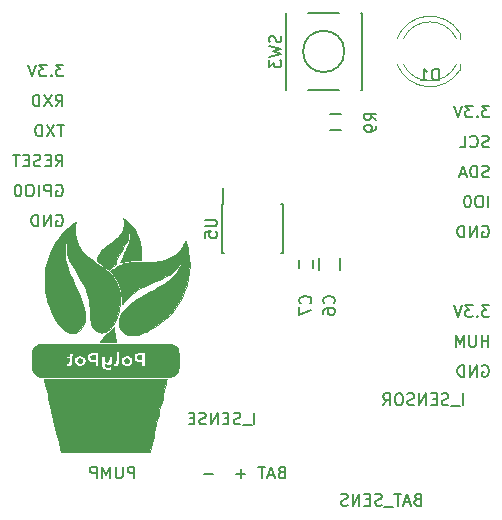
<source format=gbo>
G04 #@! TF.FileFunction,Legend,Bot*
%FSLAX46Y46*%
G04 Gerber Fmt 4.6, Leading zero omitted, Abs format (unit mm)*
G04 Created by KiCad (PCBNEW 4.0.7) date 2017 November 25, Saturday 16:53:06*
%MOMM*%
%LPD*%
G01*
G04 APERTURE LIST*
%ADD10C,0.100000*%
%ADD11C,0.150000*%
%ADD12C,0.120000*%
%ADD13C,0.010000*%
G04 APERTURE END LIST*
D10*
D11*
X74945905Y-53204381D02*
X74945905Y-52204381D01*
X74279239Y-52204381D02*
X74088762Y-52204381D01*
X73993524Y-52252000D01*
X73898286Y-52347238D01*
X73850667Y-52537714D01*
X73850667Y-52871048D01*
X73898286Y-53061524D01*
X73993524Y-53156762D01*
X74088762Y-53204381D01*
X74279239Y-53204381D01*
X74374477Y-53156762D01*
X74469715Y-53061524D01*
X74517334Y-52871048D01*
X74517334Y-52537714D01*
X74469715Y-52347238D01*
X74374477Y-52252000D01*
X74279239Y-52204381D01*
X73231620Y-52204381D02*
X73136381Y-52204381D01*
X73041143Y-52252000D01*
X72993524Y-52299619D01*
X72945905Y-52394857D01*
X72898286Y-52585333D01*
X72898286Y-52823429D01*
X72945905Y-53013905D01*
X72993524Y-53109143D01*
X73041143Y-53156762D01*
X73136381Y-53204381D01*
X73231620Y-53204381D01*
X73326858Y-53156762D01*
X73374477Y-53109143D01*
X73422096Y-53013905D01*
X73469715Y-52823429D01*
X73469715Y-52585333D01*
X73422096Y-52394857D01*
X73374477Y-52299619D01*
X73326858Y-52252000D01*
X73231620Y-52204381D01*
X74422095Y-54792000D02*
X74517333Y-54744381D01*
X74660190Y-54744381D01*
X74803048Y-54792000D01*
X74898286Y-54887238D01*
X74945905Y-54982476D01*
X74993524Y-55172952D01*
X74993524Y-55315810D01*
X74945905Y-55506286D01*
X74898286Y-55601524D01*
X74803048Y-55696762D01*
X74660190Y-55744381D01*
X74564952Y-55744381D01*
X74422095Y-55696762D01*
X74374476Y-55649143D01*
X74374476Y-55315810D01*
X74564952Y-55315810D01*
X73945905Y-55744381D02*
X73945905Y-54744381D01*
X73374476Y-55744381D01*
X73374476Y-54744381D01*
X72898286Y-55744381D02*
X72898286Y-54744381D01*
X72660191Y-54744381D01*
X72517333Y-54792000D01*
X72422095Y-54887238D01*
X72374476Y-54982476D01*
X72326857Y-55172952D01*
X72326857Y-55315810D01*
X72374476Y-55506286D01*
X72422095Y-55601524D01*
X72517333Y-55696762D01*
X72660191Y-55744381D01*
X72898286Y-55744381D01*
X74993524Y-50616762D02*
X74850667Y-50664381D01*
X74612571Y-50664381D01*
X74517333Y-50616762D01*
X74469714Y-50569143D01*
X74422095Y-50473905D01*
X74422095Y-50378667D01*
X74469714Y-50283429D01*
X74517333Y-50235810D01*
X74612571Y-50188190D01*
X74803048Y-50140571D01*
X74898286Y-50092952D01*
X74945905Y-50045333D01*
X74993524Y-49950095D01*
X74993524Y-49854857D01*
X74945905Y-49759619D01*
X74898286Y-49712000D01*
X74803048Y-49664381D01*
X74564952Y-49664381D01*
X74422095Y-49712000D01*
X73993524Y-50664381D02*
X73993524Y-49664381D01*
X73755429Y-49664381D01*
X73612571Y-49712000D01*
X73517333Y-49807238D01*
X73469714Y-49902476D01*
X73422095Y-50092952D01*
X73422095Y-50235810D01*
X73469714Y-50426286D01*
X73517333Y-50521524D01*
X73612571Y-50616762D01*
X73755429Y-50664381D01*
X73993524Y-50664381D01*
X73041143Y-50378667D02*
X72564952Y-50378667D01*
X73136381Y-50664381D02*
X72803048Y-49664381D01*
X72469714Y-50664381D01*
X74993524Y-48076762D02*
X74850667Y-48124381D01*
X74612571Y-48124381D01*
X74517333Y-48076762D01*
X74469714Y-48029143D01*
X74422095Y-47933905D01*
X74422095Y-47838667D01*
X74469714Y-47743429D01*
X74517333Y-47695810D01*
X74612571Y-47648190D01*
X74803048Y-47600571D01*
X74898286Y-47552952D01*
X74945905Y-47505333D01*
X74993524Y-47410095D01*
X74993524Y-47314857D01*
X74945905Y-47219619D01*
X74898286Y-47172000D01*
X74803048Y-47124381D01*
X74564952Y-47124381D01*
X74422095Y-47172000D01*
X73422095Y-48029143D02*
X73469714Y-48076762D01*
X73612571Y-48124381D01*
X73707809Y-48124381D01*
X73850667Y-48076762D01*
X73945905Y-47981524D01*
X73993524Y-47886286D01*
X74041143Y-47695810D01*
X74041143Y-47552952D01*
X73993524Y-47362476D01*
X73945905Y-47267238D01*
X73850667Y-47172000D01*
X73707809Y-47124381D01*
X73612571Y-47124381D01*
X73469714Y-47172000D01*
X73422095Y-47219619D01*
X72517333Y-48124381D02*
X72993524Y-48124381D01*
X72993524Y-47124381D01*
X75041143Y-44584381D02*
X74422095Y-44584381D01*
X74755429Y-44965333D01*
X74612571Y-44965333D01*
X74517333Y-45012952D01*
X74469714Y-45060571D01*
X74422095Y-45155810D01*
X74422095Y-45393905D01*
X74469714Y-45489143D01*
X74517333Y-45536762D01*
X74612571Y-45584381D01*
X74898286Y-45584381D01*
X74993524Y-45536762D01*
X75041143Y-45489143D01*
X73993524Y-45489143D02*
X73945905Y-45536762D01*
X73993524Y-45584381D01*
X74041143Y-45536762D01*
X73993524Y-45489143D01*
X73993524Y-45584381D01*
X73612572Y-44584381D02*
X72993524Y-44584381D01*
X73326858Y-44965333D01*
X73184000Y-44965333D01*
X73088762Y-45012952D01*
X73041143Y-45060571D01*
X72993524Y-45155810D01*
X72993524Y-45393905D01*
X73041143Y-45489143D01*
X73088762Y-45536762D01*
X73184000Y-45584381D01*
X73469715Y-45584381D01*
X73564953Y-45536762D01*
X73612572Y-45489143D01*
X72707810Y-44584381D02*
X72374477Y-45584381D01*
X72041143Y-44584381D01*
X74422095Y-66604000D02*
X74517333Y-66556381D01*
X74660190Y-66556381D01*
X74803048Y-66604000D01*
X74898286Y-66699238D01*
X74945905Y-66794476D01*
X74993524Y-66984952D01*
X74993524Y-67127810D01*
X74945905Y-67318286D01*
X74898286Y-67413524D01*
X74803048Y-67508762D01*
X74660190Y-67556381D01*
X74564952Y-67556381D01*
X74422095Y-67508762D01*
X74374476Y-67461143D01*
X74374476Y-67127810D01*
X74564952Y-67127810D01*
X73945905Y-67556381D02*
X73945905Y-66556381D01*
X73374476Y-67556381D01*
X73374476Y-66556381D01*
X72898286Y-67556381D02*
X72898286Y-66556381D01*
X72660191Y-66556381D01*
X72517333Y-66604000D01*
X72422095Y-66699238D01*
X72374476Y-66794476D01*
X72326857Y-66984952D01*
X72326857Y-67127810D01*
X72374476Y-67318286D01*
X72422095Y-67413524D01*
X72517333Y-67508762D01*
X72660191Y-67556381D01*
X72898286Y-67556381D01*
X74945905Y-65016381D02*
X74945905Y-64016381D01*
X74945905Y-64492571D02*
X74374476Y-64492571D01*
X74374476Y-65016381D02*
X74374476Y-64016381D01*
X73898286Y-64016381D02*
X73898286Y-64825905D01*
X73850667Y-64921143D01*
X73803048Y-64968762D01*
X73707810Y-65016381D01*
X73517333Y-65016381D01*
X73422095Y-64968762D01*
X73374476Y-64921143D01*
X73326857Y-64825905D01*
X73326857Y-64016381D01*
X72850667Y-65016381D02*
X72850667Y-64016381D01*
X72517333Y-64730667D01*
X72184000Y-64016381D01*
X72184000Y-65016381D01*
X75041143Y-61476381D02*
X74422095Y-61476381D01*
X74755429Y-61857333D01*
X74612571Y-61857333D01*
X74517333Y-61904952D01*
X74469714Y-61952571D01*
X74422095Y-62047810D01*
X74422095Y-62285905D01*
X74469714Y-62381143D01*
X74517333Y-62428762D01*
X74612571Y-62476381D01*
X74898286Y-62476381D01*
X74993524Y-62428762D01*
X75041143Y-62381143D01*
X73993524Y-62381143D02*
X73945905Y-62428762D01*
X73993524Y-62476381D01*
X74041143Y-62428762D01*
X73993524Y-62381143D01*
X73993524Y-62476381D01*
X73612572Y-61476381D02*
X72993524Y-61476381D01*
X73326858Y-61857333D01*
X73184000Y-61857333D01*
X73088762Y-61904952D01*
X73041143Y-61952571D01*
X72993524Y-62047810D01*
X72993524Y-62285905D01*
X73041143Y-62381143D01*
X73088762Y-62428762D01*
X73184000Y-62476381D01*
X73469715Y-62476381D01*
X73564953Y-62428762D01*
X73612572Y-62381143D01*
X72707810Y-61476381D02*
X72374477Y-62476381D01*
X72041143Y-61476381D01*
X72761905Y-69952381D02*
X72761905Y-68952381D01*
X72523810Y-70047619D02*
X71761905Y-70047619D01*
X71571429Y-69904762D02*
X71428572Y-69952381D01*
X71190476Y-69952381D01*
X71095238Y-69904762D01*
X71047619Y-69857143D01*
X71000000Y-69761905D01*
X71000000Y-69666667D01*
X71047619Y-69571429D01*
X71095238Y-69523810D01*
X71190476Y-69476190D01*
X71380953Y-69428571D01*
X71476191Y-69380952D01*
X71523810Y-69333333D01*
X71571429Y-69238095D01*
X71571429Y-69142857D01*
X71523810Y-69047619D01*
X71476191Y-69000000D01*
X71380953Y-68952381D01*
X71142857Y-68952381D01*
X71000000Y-69000000D01*
X70571429Y-69428571D02*
X70238095Y-69428571D01*
X70095238Y-69952381D02*
X70571429Y-69952381D01*
X70571429Y-68952381D01*
X70095238Y-68952381D01*
X69666667Y-69952381D02*
X69666667Y-68952381D01*
X69095238Y-69952381D01*
X69095238Y-68952381D01*
X68666667Y-69904762D02*
X68523810Y-69952381D01*
X68285714Y-69952381D01*
X68190476Y-69904762D01*
X68142857Y-69857143D01*
X68095238Y-69761905D01*
X68095238Y-69666667D01*
X68142857Y-69571429D01*
X68190476Y-69523810D01*
X68285714Y-69476190D01*
X68476191Y-69428571D01*
X68571429Y-69380952D01*
X68619048Y-69333333D01*
X68666667Y-69238095D01*
X68666667Y-69142857D01*
X68619048Y-69047619D01*
X68571429Y-69000000D01*
X68476191Y-68952381D01*
X68238095Y-68952381D01*
X68095238Y-69000000D01*
X67476191Y-68952381D02*
X67285714Y-68952381D01*
X67190476Y-69000000D01*
X67095238Y-69095238D01*
X67047619Y-69285714D01*
X67047619Y-69619048D01*
X67095238Y-69809524D01*
X67190476Y-69904762D01*
X67285714Y-69952381D01*
X67476191Y-69952381D01*
X67571429Y-69904762D01*
X67666667Y-69809524D01*
X67714286Y-69619048D01*
X67714286Y-69285714D01*
X67666667Y-69095238D01*
X67571429Y-69000000D01*
X67476191Y-68952381D01*
X66047619Y-69952381D02*
X66380953Y-69476190D01*
X66619048Y-69952381D02*
X66619048Y-68952381D01*
X66238095Y-68952381D01*
X66142857Y-69000000D01*
X66095238Y-69047619D01*
X66047619Y-69142857D01*
X66047619Y-69285714D01*
X66095238Y-69380952D01*
X66142857Y-69428571D01*
X66238095Y-69476190D01*
X66619048Y-69476190D01*
X68928571Y-77928571D02*
X68785714Y-77976190D01*
X68738095Y-78023810D01*
X68690476Y-78119048D01*
X68690476Y-78261905D01*
X68738095Y-78357143D01*
X68785714Y-78404762D01*
X68880952Y-78452381D01*
X69261905Y-78452381D01*
X69261905Y-77452381D01*
X68928571Y-77452381D01*
X68833333Y-77500000D01*
X68785714Y-77547619D01*
X68738095Y-77642857D01*
X68738095Y-77738095D01*
X68785714Y-77833333D01*
X68833333Y-77880952D01*
X68928571Y-77928571D01*
X69261905Y-77928571D01*
X68309524Y-78166667D02*
X67833333Y-78166667D01*
X68404762Y-78452381D02*
X68071429Y-77452381D01*
X67738095Y-78452381D01*
X67547619Y-77452381D02*
X66976190Y-77452381D01*
X67261905Y-78452381D02*
X67261905Y-77452381D01*
X66880952Y-78547619D02*
X66119047Y-78547619D01*
X65928571Y-78404762D02*
X65785714Y-78452381D01*
X65547618Y-78452381D01*
X65452380Y-78404762D01*
X65404761Y-78357143D01*
X65357142Y-78261905D01*
X65357142Y-78166667D01*
X65404761Y-78071429D01*
X65452380Y-78023810D01*
X65547618Y-77976190D01*
X65738095Y-77928571D01*
X65833333Y-77880952D01*
X65880952Y-77833333D01*
X65928571Y-77738095D01*
X65928571Y-77642857D01*
X65880952Y-77547619D01*
X65833333Y-77500000D01*
X65738095Y-77452381D01*
X65499999Y-77452381D01*
X65357142Y-77500000D01*
X64928571Y-77928571D02*
X64595237Y-77928571D01*
X64452380Y-78452381D02*
X64928571Y-78452381D01*
X64928571Y-77452381D01*
X64452380Y-77452381D01*
X64023809Y-78452381D02*
X64023809Y-77452381D01*
X63452380Y-78452381D01*
X63452380Y-77452381D01*
X63023809Y-78404762D02*
X62880952Y-78452381D01*
X62642856Y-78452381D01*
X62547618Y-78404762D01*
X62499999Y-78357143D01*
X62452380Y-78261905D01*
X62452380Y-78166667D01*
X62499999Y-78071429D01*
X62547618Y-78023810D01*
X62642856Y-77976190D01*
X62833333Y-77928571D01*
X62928571Y-77880952D01*
X62976190Y-77833333D01*
X63023809Y-77738095D01*
X63023809Y-77642857D01*
X62976190Y-77547619D01*
X62928571Y-77500000D01*
X62833333Y-77452381D01*
X62595237Y-77452381D01*
X62452380Y-77500000D01*
X55133905Y-71572381D02*
X55133905Y-70572381D01*
X54895810Y-71667619D02*
X54133905Y-71667619D01*
X53943429Y-71524762D02*
X53800572Y-71572381D01*
X53562476Y-71572381D01*
X53467238Y-71524762D01*
X53419619Y-71477143D01*
X53372000Y-71381905D01*
X53372000Y-71286667D01*
X53419619Y-71191429D01*
X53467238Y-71143810D01*
X53562476Y-71096190D01*
X53752953Y-71048571D01*
X53848191Y-71000952D01*
X53895810Y-70953333D01*
X53943429Y-70858095D01*
X53943429Y-70762857D01*
X53895810Y-70667619D01*
X53848191Y-70620000D01*
X53752953Y-70572381D01*
X53514857Y-70572381D01*
X53372000Y-70620000D01*
X52943429Y-71048571D02*
X52610095Y-71048571D01*
X52467238Y-71572381D02*
X52943429Y-71572381D01*
X52943429Y-70572381D01*
X52467238Y-70572381D01*
X52038667Y-71572381D02*
X52038667Y-70572381D01*
X51467238Y-71572381D01*
X51467238Y-70572381D01*
X51038667Y-71524762D02*
X50895810Y-71572381D01*
X50657714Y-71572381D01*
X50562476Y-71524762D01*
X50514857Y-71477143D01*
X50467238Y-71381905D01*
X50467238Y-71286667D01*
X50514857Y-71191429D01*
X50562476Y-71143810D01*
X50657714Y-71096190D01*
X50848191Y-71048571D01*
X50943429Y-71000952D01*
X50991048Y-70953333D01*
X51038667Y-70858095D01*
X51038667Y-70762857D01*
X50991048Y-70667619D01*
X50943429Y-70620000D01*
X50848191Y-70572381D01*
X50610095Y-70572381D01*
X50467238Y-70620000D01*
X50038667Y-71048571D02*
X49705333Y-71048571D01*
X49562476Y-71572381D02*
X50038667Y-71572381D01*
X50038667Y-70572381D01*
X49562476Y-70572381D01*
X57428571Y-75620571D02*
X57285714Y-75668190D01*
X57238095Y-75715810D01*
X57190476Y-75811048D01*
X57190476Y-75953905D01*
X57238095Y-76049143D01*
X57285714Y-76096762D01*
X57380952Y-76144381D01*
X57761905Y-76144381D01*
X57761905Y-75144381D01*
X57428571Y-75144381D01*
X57333333Y-75192000D01*
X57285714Y-75239619D01*
X57238095Y-75334857D01*
X57238095Y-75430095D01*
X57285714Y-75525333D01*
X57333333Y-75572952D01*
X57428571Y-75620571D01*
X57761905Y-75620571D01*
X56809524Y-75858667D02*
X56333333Y-75858667D01*
X56904762Y-76144381D02*
X56571429Y-75144381D01*
X56238095Y-76144381D01*
X56047619Y-75144381D02*
X55476190Y-75144381D01*
X55761905Y-76144381D02*
X55761905Y-75144381D01*
X54380952Y-75763429D02*
X53619047Y-75763429D01*
X53999999Y-76144381D02*
X53999999Y-75382476D01*
X51619047Y-75763429D02*
X50857142Y-75763429D01*
X44973905Y-76144381D02*
X44973905Y-75144381D01*
X44592952Y-75144381D01*
X44497714Y-75192000D01*
X44450095Y-75239619D01*
X44402476Y-75334857D01*
X44402476Y-75477714D01*
X44450095Y-75572952D01*
X44497714Y-75620571D01*
X44592952Y-75668190D01*
X44973905Y-75668190D01*
X43973905Y-75144381D02*
X43973905Y-75953905D01*
X43926286Y-76049143D01*
X43878667Y-76096762D01*
X43783429Y-76144381D01*
X43592952Y-76144381D01*
X43497714Y-76096762D01*
X43450095Y-76049143D01*
X43402476Y-75953905D01*
X43402476Y-75144381D01*
X42926286Y-76144381D02*
X42926286Y-75144381D01*
X42592952Y-75858667D01*
X42259619Y-75144381D01*
X42259619Y-76144381D01*
X41783429Y-76144381D02*
X41783429Y-75144381D01*
X41402476Y-75144381D01*
X41307238Y-75192000D01*
X41259619Y-75239619D01*
X41212000Y-75334857D01*
X41212000Y-75477714D01*
X41259619Y-75572952D01*
X41307238Y-75620571D01*
X41402476Y-75668190D01*
X41783429Y-75668190D01*
X38973143Y-41108381D02*
X38354095Y-41108381D01*
X38687429Y-41489333D01*
X38544571Y-41489333D01*
X38449333Y-41536952D01*
X38401714Y-41584571D01*
X38354095Y-41679810D01*
X38354095Y-41917905D01*
X38401714Y-42013143D01*
X38449333Y-42060762D01*
X38544571Y-42108381D01*
X38830286Y-42108381D01*
X38925524Y-42060762D01*
X38973143Y-42013143D01*
X37925524Y-42013143D02*
X37877905Y-42060762D01*
X37925524Y-42108381D01*
X37973143Y-42060762D01*
X37925524Y-42013143D01*
X37925524Y-42108381D01*
X37544572Y-41108381D02*
X36925524Y-41108381D01*
X37258858Y-41489333D01*
X37116000Y-41489333D01*
X37020762Y-41536952D01*
X36973143Y-41584571D01*
X36925524Y-41679810D01*
X36925524Y-41917905D01*
X36973143Y-42013143D01*
X37020762Y-42060762D01*
X37116000Y-42108381D01*
X37401715Y-42108381D01*
X37496953Y-42060762D01*
X37544572Y-42013143D01*
X36639810Y-41108381D02*
X36306477Y-42108381D01*
X35973143Y-41108381D01*
X38306476Y-44648381D02*
X38639810Y-44172190D01*
X38877905Y-44648381D02*
X38877905Y-43648381D01*
X38496952Y-43648381D01*
X38401714Y-43696000D01*
X38354095Y-43743619D01*
X38306476Y-43838857D01*
X38306476Y-43981714D01*
X38354095Y-44076952D01*
X38401714Y-44124571D01*
X38496952Y-44172190D01*
X38877905Y-44172190D01*
X37973143Y-43648381D02*
X37306476Y-44648381D01*
X37306476Y-43648381D02*
X37973143Y-44648381D01*
X36925524Y-44648381D02*
X36925524Y-43648381D01*
X36687429Y-43648381D01*
X36544571Y-43696000D01*
X36449333Y-43791238D01*
X36401714Y-43886476D01*
X36354095Y-44076952D01*
X36354095Y-44219810D01*
X36401714Y-44410286D01*
X36449333Y-44505524D01*
X36544571Y-44600762D01*
X36687429Y-44648381D01*
X36925524Y-44648381D01*
X39020762Y-46188381D02*
X38449333Y-46188381D01*
X38735048Y-47188381D02*
X38735048Y-46188381D01*
X38211238Y-46188381D02*
X37544571Y-47188381D01*
X37544571Y-46188381D02*
X38211238Y-47188381D01*
X37163619Y-47188381D02*
X37163619Y-46188381D01*
X36925524Y-46188381D01*
X36782666Y-46236000D01*
X36687428Y-46331238D01*
X36639809Y-46426476D01*
X36592190Y-46616952D01*
X36592190Y-46759810D01*
X36639809Y-46950286D01*
X36687428Y-47045524D01*
X36782666Y-47140762D01*
X36925524Y-47188381D01*
X37163619Y-47188381D01*
X38306476Y-49728381D02*
X38639810Y-49252190D01*
X38877905Y-49728381D02*
X38877905Y-48728381D01*
X38496952Y-48728381D01*
X38401714Y-48776000D01*
X38354095Y-48823619D01*
X38306476Y-48918857D01*
X38306476Y-49061714D01*
X38354095Y-49156952D01*
X38401714Y-49204571D01*
X38496952Y-49252190D01*
X38877905Y-49252190D01*
X37877905Y-49204571D02*
X37544571Y-49204571D01*
X37401714Y-49728381D02*
X37877905Y-49728381D01*
X37877905Y-48728381D01*
X37401714Y-48728381D01*
X37020762Y-49680762D02*
X36877905Y-49728381D01*
X36639809Y-49728381D01*
X36544571Y-49680762D01*
X36496952Y-49633143D01*
X36449333Y-49537905D01*
X36449333Y-49442667D01*
X36496952Y-49347429D01*
X36544571Y-49299810D01*
X36639809Y-49252190D01*
X36830286Y-49204571D01*
X36925524Y-49156952D01*
X36973143Y-49109333D01*
X37020762Y-49014095D01*
X37020762Y-48918857D01*
X36973143Y-48823619D01*
X36925524Y-48776000D01*
X36830286Y-48728381D01*
X36592190Y-48728381D01*
X36449333Y-48776000D01*
X36020762Y-49204571D02*
X35687428Y-49204571D01*
X35544571Y-49728381D02*
X36020762Y-49728381D01*
X36020762Y-48728381D01*
X35544571Y-48728381D01*
X35258857Y-48728381D02*
X34687428Y-48728381D01*
X34973143Y-49728381D02*
X34973143Y-48728381D01*
X38354095Y-51316000D02*
X38449333Y-51268381D01*
X38592190Y-51268381D01*
X38735048Y-51316000D01*
X38830286Y-51411238D01*
X38877905Y-51506476D01*
X38925524Y-51696952D01*
X38925524Y-51839810D01*
X38877905Y-52030286D01*
X38830286Y-52125524D01*
X38735048Y-52220762D01*
X38592190Y-52268381D01*
X38496952Y-52268381D01*
X38354095Y-52220762D01*
X38306476Y-52173143D01*
X38306476Y-51839810D01*
X38496952Y-51839810D01*
X37877905Y-52268381D02*
X37877905Y-51268381D01*
X37496952Y-51268381D01*
X37401714Y-51316000D01*
X37354095Y-51363619D01*
X37306476Y-51458857D01*
X37306476Y-51601714D01*
X37354095Y-51696952D01*
X37401714Y-51744571D01*
X37496952Y-51792190D01*
X37877905Y-51792190D01*
X36877905Y-52268381D02*
X36877905Y-51268381D01*
X36211239Y-51268381D02*
X36020762Y-51268381D01*
X35925524Y-51316000D01*
X35830286Y-51411238D01*
X35782667Y-51601714D01*
X35782667Y-51935048D01*
X35830286Y-52125524D01*
X35925524Y-52220762D01*
X36020762Y-52268381D01*
X36211239Y-52268381D01*
X36306477Y-52220762D01*
X36401715Y-52125524D01*
X36449334Y-51935048D01*
X36449334Y-51601714D01*
X36401715Y-51411238D01*
X36306477Y-51316000D01*
X36211239Y-51268381D01*
X35163620Y-51268381D02*
X35068381Y-51268381D01*
X34973143Y-51316000D01*
X34925524Y-51363619D01*
X34877905Y-51458857D01*
X34830286Y-51649333D01*
X34830286Y-51887429D01*
X34877905Y-52077905D01*
X34925524Y-52173143D01*
X34973143Y-52220762D01*
X35068381Y-52268381D01*
X35163620Y-52268381D01*
X35258858Y-52220762D01*
X35306477Y-52173143D01*
X35354096Y-52077905D01*
X35401715Y-51887429D01*
X35401715Y-51649333D01*
X35354096Y-51458857D01*
X35306477Y-51363619D01*
X35258858Y-51316000D01*
X35163620Y-51268381D01*
X38354095Y-53856000D02*
X38449333Y-53808381D01*
X38592190Y-53808381D01*
X38735048Y-53856000D01*
X38830286Y-53951238D01*
X38877905Y-54046476D01*
X38925524Y-54236952D01*
X38925524Y-54379810D01*
X38877905Y-54570286D01*
X38830286Y-54665524D01*
X38735048Y-54760762D01*
X38592190Y-54808381D01*
X38496952Y-54808381D01*
X38354095Y-54760762D01*
X38306476Y-54713143D01*
X38306476Y-54379810D01*
X38496952Y-54379810D01*
X37877905Y-54808381D02*
X37877905Y-53808381D01*
X37306476Y-54808381D01*
X37306476Y-53808381D01*
X36830286Y-54808381D02*
X36830286Y-53808381D01*
X36592191Y-53808381D01*
X36449333Y-53856000D01*
X36354095Y-53951238D01*
X36306476Y-54046476D01*
X36258857Y-54236952D01*
X36258857Y-54379810D01*
X36306476Y-54570286D01*
X36354095Y-54665524D01*
X36449333Y-54760762D01*
X36592191Y-54808381D01*
X36830286Y-54808381D01*
X62500000Y-45325000D02*
X61500000Y-45325000D01*
X61500000Y-46675000D02*
X62500000Y-46675000D01*
D12*
X67212185Y-38919173D02*
G75*
G02X72560000Y-38455170I2787815J-1080827D01*
G01*
X67212185Y-41080827D02*
G75*
G03X72560000Y-41544830I2787815J1080827D01*
G01*
X67745521Y-38919571D02*
G75*
G02X72254684Y-38920000I2254479J-1080429D01*
G01*
X67745521Y-41080429D02*
G75*
G03X72254684Y-41080000I2254479J1080429D01*
G01*
X72560000Y-38455000D02*
X72560000Y-38920000D01*
X72560000Y-41080000D02*
X72560000Y-41545000D01*
D11*
X60650000Y-58500000D02*
X60650000Y-57500000D01*
X62350000Y-57500000D02*
X62350000Y-58500000D01*
X58900000Y-57650000D02*
X58900000Y-58350000D01*
X60100000Y-58350000D02*
X60100000Y-57650000D01*
X52425000Y-52925000D02*
X52475000Y-52925000D01*
X52425000Y-57075000D02*
X52570000Y-57075000D01*
X57575000Y-57075000D02*
X57430000Y-57075000D01*
X57575000Y-52925000D02*
X57430000Y-52925000D01*
X52425000Y-52925000D02*
X52425000Y-57075000D01*
X57575000Y-52925000D02*
X57575000Y-57075000D01*
X52475000Y-52925000D02*
X52475000Y-51525000D01*
X62750714Y-40000000D02*
G75*
G03X62750714Y-40000000I-1750714J0D01*
G01*
X57775000Y-43225000D02*
X57800000Y-43225000D01*
X64225000Y-43225000D02*
X64200000Y-43225000D01*
X64225000Y-36775000D02*
X64200000Y-36775000D01*
X57800000Y-36775000D02*
X57775000Y-36775000D01*
X59700000Y-43225000D02*
X62300000Y-43225000D01*
X57775000Y-36775000D02*
X57775000Y-43225000D01*
X59700000Y-36775000D02*
X62300000Y-36775000D01*
X64225000Y-36775000D02*
X64225000Y-43225000D01*
D13*
G36*
X41831011Y-67714774D02*
X41218816Y-67714867D01*
X40664433Y-67715059D01*
X40165016Y-67715381D01*
X39717723Y-67715863D01*
X39319708Y-67716536D01*
X38968127Y-67717430D01*
X38660137Y-67718577D01*
X38392893Y-67720006D01*
X38163550Y-67721747D01*
X37969265Y-67723833D01*
X37807193Y-67726292D01*
X37674490Y-67729157D01*
X37568311Y-67732456D01*
X37485813Y-67736221D01*
X37424150Y-67740482D01*
X37380480Y-67745270D01*
X37351957Y-67750615D01*
X37335738Y-67756548D01*
X37328977Y-67763100D01*
X37328832Y-67770300D01*
X37328835Y-67770312D01*
X37338115Y-67808044D01*
X37360600Y-67902339D01*
X37395056Y-68047927D01*
X37440248Y-68239534D01*
X37494941Y-68471890D01*
X37557901Y-68739720D01*
X37627893Y-69037754D01*
X37703683Y-69360720D01*
X37784035Y-69703344D01*
X37867715Y-70060355D01*
X37953488Y-70426481D01*
X38040119Y-70796449D01*
X38126374Y-71164988D01*
X38211019Y-71526825D01*
X38292817Y-71876688D01*
X38370536Y-72209304D01*
X38442939Y-72519403D01*
X38508793Y-72801711D01*
X38566862Y-73050957D01*
X38615912Y-73261867D01*
X38654708Y-73429171D01*
X38682016Y-73547596D01*
X38689551Y-73580562D01*
X38756378Y-73874250D01*
X46295793Y-73874250D01*
X46379011Y-73517062D01*
X46398873Y-73431913D01*
X46431965Y-73290177D01*
X46477060Y-73097101D01*
X46532934Y-72857931D01*
X46598359Y-72577913D01*
X46672109Y-72262294D01*
X46752961Y-71916319D01*
X46839686Y-71545236D01*
X46931059Y-71154290D01*
X47025855Y-70748727D01*
X47093083Y-70461125D01*
X47187105Y-70057953D01*
X47276565Y-69672478D01*
X47360451Y-69309179D01*
X47437747Y-68972536D01*
X47507438Y-68667030D01*
X47568511Y-68397140D01*
X47619951Y-68167346D01*
X47660744Y-67982129D01*
X47689874Y-67845968D01*
X47706327Y-67763343D01*
X47709595Y-67738562D01*
X47676808Y-67735952D01*
X47583857Y-67733421D01*
X47434080Y-67730986D01*
X47230811Y-67728661D01*
X46977389Y-67726463D01*
X46677150Y-67724405D01*
X46333429Y-67722504D01*
X45949564Y-67720774D01*
X45528891Y-67719231D01*
X45074746Y-67717890D01*
X44590466Y-67716767D01*
X44079388Y-67715876D01*
X43544848Y-67715233D01*
X42990182Y-67714854D01*
X42503862Y-67714750D01*
X41831011Y-67714774D01*
X41831011Y-67714774D01*
G37*
X41831011Y-67714774D02*
X41218816Y-67714867D01*
X40664433Y-67715059D01*
X40165016Y-67715381D01*
X39717723Y-67715863D01*
X39319708Y-67716536D01*
X38968127Y-67717430D01*
X38660137Y-67718577D01*
X38392893Y-67720006D01*
X38163550Y-67721747D01*
X37969265Y-67723833D01*
X37807193Y-67726292D01*
X37674490Y-67729157D01*
X37568311Y-67732456D01*
X37485813Y-67736221D01*
X37424150Y-67740482D01*
X37380480Y-67745270D01*
X37351957Y-67750615D01*
X37335738Y-67756548D01*
X37328977Y-67763100D01*
X37328832Y-67770300D01*
X37328835Y-67770312D01*
X37338115Y-67808044D01*
X37360600Y-67902339D01*
X37395056Y-68047927D01*
X37440248Y-68239534D01*
X37494941Y-68471890D01*
X37557901Y-68739720D01*
X37627893Y-69037754D01*
X37703683Y-69360720D01*
X37784035Y-69703344D01*
X37867715Y-70060355D01*
X37953488Y-70426481D01*
X38040119Y-70796449D01*
X38126374Y-71164988D01*
X38211019Y-71526825D01*
X38292817Y-71876688D01*
X38370536Y-72209304D01*
X38442939Y-72519403D01*
X38508793Y-72801711D01*
X38566862Y-73050957D01*
X38615912Y-73261867D01*
X38654708Y-73429171D01*
X38682016Y-73547596D01*
X38689551Y-73580562D01*
X38756378Y-73874250D01*
X46295793Y-73874250D01*
X46379011Y-73517062D01*
X46398873Y-73431913D01*
X46431965Y-73290177D01*
X46477060Y-73097101D01*
X46532934Y-72857931D01*
X46598359Y-72577913D01*
X46672109Y-72262294D01*
X46752961Y-71916319D01*
X46839686Y-71545236D01*
X46931059Y-71154290D01*
X47025855Y-70748727D01*
X47093083Y-70461125D01*
X47187105Y-70057953D01*
X47276565Y-69672478D01*
X47360451Y-69309179D01*
X47437747Y-68972536D01*
X47507438Y-68667030D01*
X47568511Y-68397140D01*
X47619951Y-68167346D01*
X47660744Y-67982129D01*
X47689874Y-67845968D01*
X47706327Y-67763343D01*
X47709595Y-67738562D01*
X47676808Y-67735952D01*
X47583857Y-67733421D01*
X47434080Y-67730986D01*
X47230811Y-67728661D01*
X46977389Y-67726463D01*
X46677150Y-67724405D01*
X46333429Y-67722504D01*
X45949564Y-67720774D01*
X45528891Y-67719231D01*
X45074746Y-67717890D01*
X44590466Y-67716767D01*
X44079388Y-67715876D01*
X43544848Y-67715233D01*
X42990182Y-67714854D01*
X42503862Y-67714750D01*
X41831011Y-67714774D01*
G36*
X39198021Y-64766436D02*
X38818294Y-64766829D01*
X38482547Y-64767530D01*
X38187992Y-64768562D01*
X37931840Y-64769945D01*
X37711303Y-64771699D01*
X37523592Y-64773845D01*
X37365918Y-64776403D01*
X37235494Y-64779396D01*
X37129531Y-64782842D01*
X37045240Y-64786764D01*
X36979832Y-64791181D01*
X36930520Y-64796115D01*
X36894514Y-64801586D01*
X36869027Y-64807615D01*
X36857001Y-64811754D01*
X36660668Y-64917710D01*
X36507081Y-65065976D01*
X36427551Y-65184682D01*
X36333096Y-65349375D01*
X36332798Y-66151408D01*
X36333005Y-66399942D01*
X36334244Y-66593677D01*
X36337130Y-66741313D01*
X36342282Y-66851549D01*
X36350316Y-66933087D01*
X36361848Y-66994625D01*
X36377496Y-67044864D01*
X36397875Y-67092503D01*
X36399801Y-67096618D01*
X36488993Y-67235926D01*
X36613517Y-67365662D01*
X36753577Y-67467907D01*
X36866118Y-67518661D01*
X36899140Y-67523654D01*
X36964802Y-67528225D01*
X37065141Y-67532388D01*
X37202197Y-67536155D01*
X37378009Y-67539541D01*
X37594614Y-67542557D01*
X37854052Y-67545218D01*
X38158361Y-67547536D01*
X38509579Y-67549524D01*
X38909746Y-67551196D01*
X39360901Y-67552564D01*
X39865080Y-67553642D01*
X40424324Y-67554443D01*
X41040672Y-67554980D01*
X41716160Y-67555265D01*
X42452829Y-67555313D01*
X42559184Y-67555302D01*
X43257353Y-67555194D01*
X43894849Y-67555033D01*
X44474497Y-67554790D01*
X44999126Y-67554435D01*
X45471561Y-67553940D01*
X45894629Y-67553276D01*
X46271157Y-67552413D01*
X46603971Y-67551322D01*
X46895898Y-67549974D01*
X47149764Y-67548340D01*
X47368396Y-67546391D01*
X47554621Y-67544098D01*
X47711266Y-67541431D01*
X47841156Y-67538361D01*
X47947119Y-67534860D01*
X48031981Y-67530898D01*
X48098568Y-67526446D01*
X48149708Y-67521474D01*
X48188227Y-67515955D01*
X48216951Y-67509858D01*
X48238708Y-67503154D01*
X48254625Y-67496597D01*
X48410626Y-67397423D01*
X48552815Y-67256207D01*
X48655135Y-67103196D01*
X48674109Y-67061738D01*
X48688756Y-67014554D01*
X48699630Y-66953271D01*
X48707285Y-66869518D01*
X48712272Y-66754925D01*
X48715146Y-66601119D01*
X48716460Y-66399730D01*
X48716765Y-66170584D01*
X48716502Y-65920188D01*
X48715244Y-65724729D01*
X48712393Y-65575642D01*
X48707350Y-65464365D01*
X48706981Y-65460500D01*
X45889250Y-65460500D01*
X45889250Y-66635250D01*
X45571750Y-66635250D01*
X45571750Y-66325954D01*
X45347645Y-66303872D01*
X45169294Y-66272855D01*
X45043876Y-66216300D01*
X44963728Y-66127646D01*
X44958272Y-66111316D01*
X44795526Y-66111316D01*
X44791944Y-66272896D01*
X44736314Y-66412376D01*
X44638056Y-66523606D01*
X44506587Y-66600435D01*
X44351326Y-66636712D01*
X44181689Y-66626285D01*
X44063301Y-66589535D01*
X43938237Y-66507085D01*
X43861439Y-66384047D01*
X43832548Y-66219726D01*
X43834046Y-66146461D01*
X43845598Y-66033842D01*
X43869567Y-65959015D01*
X43916971Y-65896288D01*
X43958492Y-65856291D01*
X44097186Y-65765732D01*
X44250071Y-65725303D01*
X44404916Y-65731277D01*
X44549490Y-65779928D01*
X44671562Y-65867530D01*
X44758903Y-65990356D01*
X44795526Y-66111316D01*
X44958272Y-66111316D01*
X44921187Y-66000334D01*
X44912492Y-65931401D01*
X44912966Y-65772437D01*
X44947596Y-65650855D01*
X45021671Y-65562766D01*
X45140480Y-65504279D01*
X45309314Y-65471504D01*
X45533460Y-65460550D01*
X45552736Y-65460500D01*
X45889250Y-65460500D01*
X48706981Y-65460500D01*
X48700916Y-65397000D01*
X43670932Y-65397000D01*
X43660904Y-65934281D01*
X43656846Y-66131280D01*
X43652179Y-66275121D01*
X43645451Y-66376140D01*
X43635209Y-66444674D01*
X43620001Y-66491060D01*
X43598373Y-66525633D01*
X43573904Y-66553406D01*
X43508753Y-66607026D01*
X43429872Y-66630928D01*
X43343716Y-66635250D01*
X43190500Y-66635250D01*
X43190500Y-66508250D01*
X43195024Y-66426236D01*
X43215594Y-66389800D01*
X43262707Y-66381261D01*
X43265907Y-66381250D01*
X43306823Y-66373560D01*
X43336952Y-66345136D01*
X43357858Y-66287947D01*
X43371104Y-66193961D01*
X43378252Y-66055149D01*
X43380866Y-65863477D01*
X43381000Y-65789906D01*
X43381000Y-65746250D01*
X43095250Y-65746250D01*
X43095250Y-66017701D01*
X43085979Y-66212622D01*
X43056328Y-66354840D01*
X43003537Y-66452657D01*
X42931389Y-66510985D01*
X42822304Y-66541342D01*
X42692048Y-66539781D01*
X42573324Y-66508002D01*
X42541587Y-66490740D01*
X42484807Y-66456965D01*
X42463494Y-66465898D01*
X42460251Y-66525059D01*
X42460250Y-66525910D01*
X42485575Y-66632621D01*
X42556766Y-66701454D01*
X42666653Y-66729449D01*
X42808063Y-66713642D01*
X42869883Y-66695079D01*
X42946992Y-66672330D01*
X42987002Y-66683033D01*
X43009051Y-66738895D01*
X43019113Y-66786376D01*
X43027025Y-66845743D01*
X43011375Y-66881832D01*
X42958656Y-66909485D01*
X42884506Y-66934305D01*
X42706958Y-66967339D01*
X42531839Y-66958585D01*
X42381762Y-66909497D01*
X42366686Y-66901070D01*
X42301158Y-66855497D01*
X42252307Y-66800457D01*
X42217028Y-66725729D01*
X42192216Y-66621092D01*
X42174766Y-66476325D01*
X42161574Y-66281209D01*
X42158142Y-66214562D01*
X42135074Y-65746250D01*
X42460250Y-65746250D01*
X42460250Y-65966232D01*
X42469657Y-66120582D01*
X42500361Y-66220199D01*
X42556088Y-66271370D01*
X42640564Y-66280382D01*
X42646069Y-66279786D01*
X42727801Y-66242844D01*
X42780906Y-66153172D01*
X42806352Y-66008681D01*
X42809032Y-65928812D01*
X42809500Y-65746250D01*
X43095250Y-65746250D01*
X43381000Y-65746250D01*
X43381000Y-65460500D01*
X41920500Y-65460500D01*
X41920500Y-66635250D01*
X41634750Y-66635250D01*
X41634750Y-66326519D01*
X41422888Y-66304813D01*
X41298067Y-66285441D01*
X41186265Y-66256864D01*
X41121278Y-66230091D01*
X41057316Y-66168042D01*
X40840882Y-66168042D01*
X40816922Y-66341179D01*
X40748256Y-66479134D01*
X40639303Y-66573860D01*
X40610188Y-66588177D01*
X40470162Y-66625742D01*
X40314108Y-66631962D01*
X40168894Y-66607612D01*
X40088663Y-66573147D01*
X39962261Y-66461888D01*
X39885351Y-66319619D01*
X39862317Y-66159795D01*
X39897546Y-65995871D01*
X39899197Y-65991872D01*
X39982518Y-65867797D01*
X40104250Y-65781237D01*
X40250380Y-65733871D01*
X40406895Y-65727381D01*
X40559783Y-65763447D01*
X40695030Y-65843750D01*
X40742850Y-65890672D01*
X40804512Y-65972370D01*
X40833471Y-66052325D01*
X40840877Y-66162080D01*
X40840882Y-66168042D01*
X41057316Y-66168042D01*
X41039012Y-66150286D01*
X40976993Y-66032581D01*
X40945269Y-65901754D01*
X40948500Y-65804064D01*
X40988110Y-65676364D01*
X41053811Y-65582513D01*
X41144738Y-65524000D01*
X39739623Y-65524000D01*
X39719878Y-66005006D01*
X39711483Y-66192034D01*
X39702928Y-66326553D01*
X39692438Y-66419532D01*
X39678239Y-66481942D01*
X39658558Y-66524752D01*
X39631620Y-66558931D01*
X39630032Y-66560631D01*
X39562274Y-66612042D01*
X39472344Y-66632913D01*
X39414654Y-66634763D01*
X39317131Y-66628774D01*
X39243062Y-66614277D01*
X39226294Y-66606980D01*
X39197503Y-66552352D01*
X39203518Y-66487232D01*
X39230366Y-66419582D01*
X39283039Y-66396784D01*
X39310100Y-66395953D01*
X39355912Y-66393566D01*
X39382526Y-66375503D01*
X39396229Y-66327754D01*
X39403310Y-66236311D01*
X39405764Y-66182812D01*
X39415152Y-65968500D01*
X39302576Y-65968500D01*
X39227281Y-65963364D01*
X39196141Y-65937150D01*
X39190001Y-65873650D01*
X39190000Y-65873250D01*
X39196195Y-65809255D01*
X39227617Y-65783007D01*
X39301125Y-65778000D01*
X39372275Y-65774155D01*
X39403894Y-65750415D01*
X39412002Y-65688474D01*
X39412250Y-65651000D01*
X39412250Y-65524000D01*
X39739623Y-65524000D01*
X41144738Y-65524000D01*
X41153522Y-65518348D01*
X41295158Y-65479707D01*
X41486636Y-65462429D01*
X41601981Y-65460500D01*
X41920500Y-65460500D01*
X43381000Y-65460500D01*
X43381000Y-65397000D01*
X43670932Y-65397000D01*
X48700916Y-65397000D01*
X48699515Y-65382334D01*
X48688291Y-65320986D01*
X48673078Y-65271759D01*
X48653277Y-65226088D01*
X48650276Y-65219845D01*
X48544894Y-65062803D01*
X48397297Y-64924100D01*
X48241060Y-64829465D01*
X48222773Y-64822962D01*
X48195904Y-64817008D01*
X48157669Y-64811574D01*
X48105284Y-64806630D01*
X48035964Y-64802147D01*
X47946925Y-64798096D01*
X47835382Y-64794447D01*
X47698552Y-64791170D01*
X47533651Y-64788237D01*
X47337893Y-64785617D01*
X47108495Y-64783282D01*
X46842673Y-64781202D01*
X46537641Y-64779348D01*
X46190617Y-64777690D01*
X45798816Y-64776199D01*
X45359453Y-64774845D01*
X44869744Y-64773599D01*
X44326905Y-64772432D01*
X43728152Y-64771314D01*
X43070700Y-64770215D01*
X42556126Y-64769415D01*
X41853958Y-64768387D01*
X41212502Y-64767544D01*
X40628969Y-64766907D01*
X40100570Y-64766496D01*
X39624517Y-64766332D01*
X39198021Y-64766436D01*
X39198021Y-64766436D01*
G37*
X39198021Y-64766436D02*
X38818294Y-64766829D01*
X38482547Y-64767530D01*
X38187992Y-64768562D01*
X37931840Y-64769945D01*
X37711303Y-64771699D01*
X37523592Y-64773845D01*
X37365918Y-64776403D01*
X37235494Y-64779396D01*
X37129531Y-64782842D01*
X37045240Y-64786764D01*
X36979832Y-64791181D01*
X36930520Y-64796115D01*
X36894514Y-64801586D01*
X36869027Y-64807615D01*
X36857001Y-64811754D01*
X36660668Y-64917710D01*
X36507081Y-65065976D01*
X36427551Y-65184682D01*
X36333096Y-65349375D01*
X36332798Y-66151408D01*
X36333005Y-66399942D01*
X36334244Y-66593677D01*
X36337130Y-66741313D01*
X36342282Y-66851549D01*
X36350316Y-66933087D01*
X36361848Y-66994625D01*
X36377496Y-67044864D01*
X36397875Y-67092503D01*
X36399801Y-67096618D01*
X36488993Y-67235926D01*
X36613517Y-67365662D01*
X36753577Y-67467907D01*
X36866118Y-67518661D01*
X36899140Y-67523654D01*
X36964802Y-67528225D01*
X37065141Y-67532388D01*
X37202197Y-67536155D01*
X37378009Y-67539541D01*
X37594614Y-67542557D01*
X37854052Y-67545218D01*
X38158361Y-67547536D01*
X38509579Y-67549524D01*
X38909746Y-67551196D01*
X39360901Y-67552564D01*
X39865080Y-67553642D01*
X40424324Y-67554443D01*
X41040672Y-67554980D01*
X41716160Y-67555265D01*
X42452829Y-67555313D01*
X42559184Y-67555302D01*
X43257353Y-67555194D01*
X43894849Y-67555033D01*
X44474497Y-67554790D01*
X44999126Y-67554435D01*
X45471561Y-67553940D01*
X45894629Y-67553276D01*
X46271157Y-67552413D01*
X46603971Y-67551322D01*
X46895898Y-67549974D01*
X47149764Y-67548340D01*
X47368396Y-67546391D01*
X47554621Y-67544098D01*
X47711266Y-67541431D01*
X47841156Y-67538361D01*
X47947119Y-67534860D01*
X48031981Y-67530898D01*
X48098568Y-67526446D01*
X48149708Y-67521474D01*
X48188227Y-67515955D01*
X48216951Y-67509858D01*
X48238708Y-67503154D01*
X48254625Y-67496597D01*
X48410626Y-67397423D01*
X48552815Y-67256207D01*
X48655135Y-67103196D01*
X48674109Y-67061738D01*
X48688756Y-67014554D01*
X48699630Y-66953271D01*
X48707285Y-66869518D01*
X48712272Y-66754925D01*
X48715146Y-66601119D01*
X48716460Y-66399730D01*
X48716765Y-66170584D01*
X48716502Y-65920188D01*
X48715244Y-65724729D01*
X48712393Y-65575642D01*
X48707350Y-65464365D01*
X48706981Y-65460500D01*
X45889250Y-65460500D01*
X45889250Y-66635250D01*
X45571750Y-66635250D01*
X45571750Y-66325954D01*
X45347645Y-66303872D01*
X45169294Y-66272855D01*
X45043876Y-66216300D01*
X44963728Y-66127646D01*
X44958272Y-66111316D01*
X44795526Y-66111316D01*
X44791944Y-66272896D01*
X44736314Y-66412376D01*
X44638056Y-66523606D01*
X44506587Y-66600435D01*
X44351326Y-66636712D01*
X44181689Y-66626285D01*
X44063301Y-66589535D01*
X43938237Y-66507085D01*
X43861439Y-66384047D01*
X43832548Y-66219726D01*
X43834046Y-66146461D01*
X43845598Y-66033842D01*
X43869567Y-65959015D01*
X43916971Y-65896288D01*
X43958492Y-65856291D01*
X44097186Y-65765732D01*
X44250071Y-65725303D01*
X44404916Y-65731277D01*
X44549490Y-65779928D01*
X44671562Y-65867530D01*
X44758903Y-65990356D01*
X44795526Y-66111316D01*
X44958272Y-66111316D01*
X44921187Y-66000334D01*
X44912492Y-65931401D01*
X44912966Y-65772437D01*
X44947596Y-65650855D01*
X45021671Y-65562766D01*
X45140480Y-65504279D01*
X45309314Y-65471504D01*
X45533460Y-65460550D01*
X45552736Y-65460500D01*
X45889250Y-65460500D01*
X48706981Y-65460500D01*
X48700916Y-65397000D01*
X43670932Y-65397000D01*
X43660904Y-65934281D01*
X43656846Y-66131280D01*
X43652179Y-66275121D01*
X43645451Y-66376140D01*
X43635209Y-66444674D01*
X43620001Y-66491060D01*
X43598373Y-66525633D01*
X43573904Y-66553406D01*
X43508753Y-66607026D01*
X43429872Y-66630928D01*
X43343716Y-66635250D01*
X43190500Y-66635250D01*
X43190500Y-66508250D01*
X43195024Y-66426236D01*
X43215594Y-66389800D01*
X43262707Y-66381261D01*
X43265907Y-66381250D01*
X43306823Y-66373560D01*
X43336952Y-66345136D01*
X43357858Y-66287947D01*
X43371104Y-66193961D01*
X43378252Y-66055149D01*
X43380866Y-65863477D01*
X43381000Y-65789906D01*
X43381000Y-65746250D01*
X43095250Y-65746250D01*
X43095250Y-66017701D01*
X43085979Y-66212622D01*
X43056328Y-66354840D01*
X43003537Y-66452657D01*
X42931389Y-66510985D01*
X42822304Y-66541342D01*
X42692048Y-66539781D01*
X42573324Y-66508002D01*
X42541587Y-66490740D01*
X42484807Y-66456965D01*
X42463494Y-66465898D01*
X42460251Y-66525059D01*
X42460250Y-66525910D01*
X42485575Y-66632621D01*
X42556766Y-66701454D01*
X42666653Y-66729449D01*
X42808063Y-66713642D01*
X42869883Y-66695079D01*
X42946992Y-66672330D01*
X42987002Y-66683033D01*
X43009051Y-66738895D01*
X43019113Y-66786376D01*
X43027025Y-66845743D01*
X43011375Y-66881832D01*
X42958656Y-66909485D01*
X42884506Y-66934305D01*
X42706958Y-66967339D01*
X42531839Y-66958585D01*
X42381762Y-66909497D01*
X42366686Y-66901070D01*
X42301158Y-66855497D01*
X42252307Y-66800457D01*
X42217028Y-66725729D01*
X42192216Y-66621092D01*
X42174766Y-66476325D01*
X42161574Y-66281209D01*
X42158142Y-66214562D01*
X42135074Y-65746250D01*
X42460250Y-65746250D01*
X42460250Y-65966232D01*
X42469657Y-66120582D01*
X42500361Y-66220199D01*
X42556088Y-66271370D01*
X42640564Y-66280382D01*
X42646069Y-66279786D01*
X42727801Y-66242844D01*
X42780906Y-66153172D01*
X42806352Y-66008681D01*
X42809032Y-65928812D01*
X42809500Y-65746250D01*
X43095250Y-65746250D01*
X43381000Y-65746250D01*
X43381000Y-65460500D01*
X41920500Y-65460500D01*
X41920500Y-66635250D01*
X41634750Y-66635250D01*
X41634750Y-66326519D01*
X41422888Y-66304813D01*
X41298067Y-66285441D01*
X41186265Y-66256864D01*
X41121278Y-66230091D01*
X41057316Y-66168042D01*
X40840882Y-66168042D01*
X40816922Y-66341179D01*
X40748256Y-66479134D01*
X40639303Y-66573860D01*
X40610188Y-66588177D01*
X40470162Y-66625742D01*
X40314108Y-66631962D01*
X40168894Y-66607612D01*
X40088663Y-66573147D01*
X39962261Y-66461888D01*
X39885351Y-66319619D01*
X39862317Y-66159795D01*
X39897546Y-65995871D01*
X39899197Y-65991872D01*
X39982518Y-65867797D01*
X40104250Y-65781237D01*
X40250380Y-65733871D01*
X40406895Y-65727381D01*
X40559783Y-65763447D01*
X40695030Y-65843750D01*
X40742850Y-65890672D01*
X40804512Y-65972370D01*
X40833471Y-66052325D01*
X40840877Y-66162080D01*
X40840882Y-66168042D01*
X41057316Y-66168042D01*
X41039012Y-66150286D01*
X40976993Y-66032581D01*
X40945269Y-65901754D01*
X40948500Y-65804064D01*
X40988110Y-65676364D01*
X41053811Y-65582513D01*
X41144738Y-65524000D01*
X39739623Y-65524000D01*
X39719878Y-66005006D01*
X39711483Y-66192034D01*
X39702928Y-66326553D01*
X39692438Y-66419532D01*
X39678239Y-66481942D01*
X39658558Y-66524752D01*
X39631620Y-66558931D01*
X39630032Y-66560631D01*
X39562274Y-66612042D01*
X39472344Y-66632913D01*
X39414654Y-66634763D01*
X39317131Y-66628774D01*
X39243062Y-66614277D01*
X39226294Y-66606980D01*
X39197503Y-66552352D01*
X39203518Y-66487232D01*
X39230366Y-66419582D01*
X39283039Y-66396784D01*
X39310100Y-66395953D01*
X39355912Y-66393566D01*
X39382526Y-66375503D01*
X39396229Y-66327754D01*
X39403310Y-66236311D01*
X39405764Y-66182812D01*
X39415152Y-65968500D01*
X39302576Y-65968500D01*
X39227281Y-65963364D01*
X39196141Y-65937150D01*
X39190001Y-65873650D01*
X39190000Y-65873250D01*
X39196195Y-65809255D01*
X39227617Y-65783007D01*
X39301125Y-65778000D01*
X39372275Y-65774155D01*
X39403894Y-65750415D01*
X39412002Y-65688474D01*
X39412250Y-65651000D01*
X39412250Y-65524000D01*
X39739623Y-65524000D01*
X41144738Y-65524000D01*
X41153522Y-65518348D01*
X41295158Y-65479707D01*
X41486636Y-65462429D01*
X41601981Y-65460500D01*
X41920500Y-65460500D01*
X43381000Y-65460500D01*
X43381000Y-65397000D01*
X43670932Y-65397000D01*
X48700916Y-65397000D01*
X48699515Y-65382334D01*
X48688291Y-65320986D01*
X48673078Y-65271759D01*
X48653277Y-65226088D01*
X48650276Y-65219845D01*
X48544894Y-65062803D01*
X48397297Y-64924100D01*
X48241060Y-64829465D01*
X48222773Y-64822962D01*
X48195904Y-64817008D01*
X48157669Y-64811574D01*
X48105284Y-64806630D01*
X48035964Y-64802147D01*
X47946925Y-64798096D01*
X47835382Y-64794447D01*
X47698552Y-64791170D01*
X47533651Y-64788237D01*
X47337893Y-64785617D01*
X47108495Y-64783282D01*
X46842673Y-64781202D01*
X46537641Y-64779348D01*
X46190617Y-64777690D01*
X45798816Y-64776199D01*
X45359453Y-64774845D01*
X44869744Y-64773599D01*
X44326905Y-64772432D01*
X43728152Y-64771314D01*
X43070700Y-64770215D01*
X42556126Y-64769415D01*
X41853958Y-64768387D01*
X41212502Y-64767544D01*
X40628969Y-64766907D01*
X40100570Y-64766496D01*
X39624517Y-64766332D01*
X39198021Y-64766436D01*
G36*
X43066842Y-63532835D02*
X42956312Y-63633929D01*
X42838787Y-63731898D01*
X42741421Y-63804320D01*
X42657694Y-63873859D01*
X42548938Y-63984103D01*
X42426064Y-64123405D01*
X42320815Y-64253214D01*
X42047662Y-64603250D01*
X43419634Y-64603250D01*
X43401551Y-64531201D01*
X43381539Y-64434967D01*
X43357184Y-64293357D01*
X43331082Y-64124116D01*
X43305832Y-63944987D01*
X43284029Y-63773715D01*
X43268273Y-63628044D01*
X43266518Y-63608667D01*
X43244808Y-63360209D01*
X43066842Y-63532835D01*
X43066842Y-63532835D01*
G37*
X43066842Y-63532835D02*
X42956312Y-63633929D01*
X42838787Y-63731898D01*
X42741421Y-63804320D01*
X42657694Y-63873859D01*
X42548938Y-63984103D01*
X42426064Y-64123405D01*
X42320815Y-64253214D01*
X42047662Y-64603250D01*
X43419634Y-64603250D01*
X43401551Y-64531201D01*
X43381539Y-64434967D01*
X43357184Y-64293357D01*
X43331082Y-64124116D01*
X43305832Y-63944987D01*
X43284029Y-63773715D01*
X43268273Y-63628044D01*
X43266518Y-63608667D01*
X43244808Y-63360209D01*
X43066842Y-63532835D01*
G36*
X49266128Y-56034855D02*
X49232139Y-56095317D01*
X49197210Y-56180026D01*
X49068130Y-56450320D01*
X48884243Y-56714576D01*
X48654220Y-56965117D01*
X48386731Y-57194266D01*
X48090450Y-57394347D01*
X47774045Y-57557682D01*
X47538921Y-57648130D01*
X47405090Y-57689806D01*
X47275357Y-57724117D01*
X47141595Y-57751832D01*
X46995678Y-57773720D01*
X46829479Y-57790550D01*
X46634870Y-57803091D01*
X46403724Y-57812111D01*
X46127915Y-57818380D01*
X45799315Y-57822667D01*
X45682875Y-57823735D01*
X45333704Y-57827533D01*
X45039664Y-57833414D01*
X44792392Y-57842777D01*
X44583525Y-57857024D01*
X44404698Y-57877554D01*
X44247547Y-57905768D01*
X44103708Y-57943065D01*
X43964817Y-57990847D01*
X43822510Y-58050513D01*
X43668422Y-58123464D01*
X43555625Y-58179864D01*
X43455736Y-58234615D01*
X43339256Y-58304764D01*
X43218459Y-58382066D01*
X43105622Y-58458278D01*
X43013018Y-58525154D01*
X42952923Y-58574452D01*
X42936500Y-58595692D01*
X42956260Y-58623512D01*
X43008655Y-58685897D01*
X43083363Y-58770649D01*
X43103188Y-58792655D01*
X43263511Y-58993867D01*
X43421646Y-59235823D01*
X43564390Y-59496727D01*
X43664864Y-59719865D01*
X43766464Y-60002613D01*
X43838068Y-60275876D01*
X43884182Y-60562012D01*
X43909314Y-60883382D01*
X43911908Y-60945362D01*
X43919353Y-61105908D01*
X43928373Y-61240191D01*
X43938012Y-61337273D01*
X43947313Y-61386220D01*
X43950750Y-61389862D01*
X43979538Y-61363540D01*
X44040256Y-61299581D01*
X44123259Y-61208345D01*
X44195762Y-61126625D01*
X44397243Y-60904478D01*
X44591495Y-60707541D01*
X44786271Y-60530698D01*
X44989328Y-60368829D01*
X45208421Y-60216817D01*
X45451304Y-60069544D01*
X45725733Y-59921893D01*
X46039463Y-59768745D01*
X46400248Y-59604983D01*
X46696414Y-59476384D01*
X47065863Y-59315850D01*
X47381579Y-59172501D01*
X47649618Y-59042143D01*
X47876038Y-58920578D01*
X48066898Y-58803611D01*
X48228255Y-58687045D01*
X48366166Y-58566684D01*
X48486690Y-58438333D01*
X48595885Y-58297794D01*
X48699807Y-58140872D01*
X48753906Y-58051180D01*
X48826599Y-57949844D01*
X48890285Y-57906182D01*
X48942003Y-57921850D01*
X48955057Y-57938874D01*
X48952494Y-57986257D01*
X48920348Y-58074196D01*
X48864846Y-58190807D01*
X48792212Y-58324205D01*
X48708673Y-58462505D01*
X48620454Y-58593824D01*
X48590571Y-58634675D01*
X48430519Y-58827386D01*
X48231866Y-59034740D01*
X48011644Y-59240766D01*
X47786888Y-59429495D01*
X47582835Y-59579465D01*
X47471065Y-59651219D01*
X47315750Y-59746124D01*
X47129111Y-59856965D01*
X46923374Y-59976527D01*
X46710759Y-60097595D01*
X46600071Y-60159567D01*
X46384514Y-60280125D01*
X46165193Y-60403950D01*
X45955365Y-60523474D01*
X45768286Y-60631128D01*
X45617213Y-60719345D01*
X45561412Y-60752543D01*
X45191266Y-60989058D01*
X44849780Y-61235649D01*
X44542020Y-61487482D01*
X44273054Y-61739722D01*
X44047948Y-61987535D01*
X43871768Y-62226087D01*
X43749580Y-62450545D01*
X43729291Y-62500613D01*
X43696119Y-62600685D01*
X43676935Y-62697187D01*
X43669360Y-62810955D01*
X43671016Y-62962826D01*
X43672270Y-63000273D01*
X43680686Y-63161256D01*
X43695120Y-63279511D01*
X43719717Y-63375780D01*
X43758620Y-63470806D01*
X43771734Y-63498164D01*
X43905073Y-63702469D01*
X44083382Y-63861970D01*
X44236637Y-63947826D01*
X44372698Y-63989496D01*
X44552852Y-64016017D01*
X44759447Y-64027069D01*
X44974833Y-64022331D01*
X45181358Y-64001484D01*
X45347691Y-63967981D01*
X45475190Y-63927172D01*
X45636248Y-63866158D01*
X45808054Y-63793963D01*
X45935066Y-63735590D01*
X46109916Y-63643905D01*
X46321164Y-63521136D01*
X46555666Y-63375922D01*
X46800277Y-63216900D01*
X47041851Y-63052705D01*
X47267244Y-62891976D01*
X47463311Y-62743350D01*
X47542271Y-62679570D01*
X47964734Y-62288590D01*
X48345127Y-61853990D01*
X48681508Y-61381361D01*
X48971937Y-60876296D01*
X49214471Y-60344388D01*
X49407170Y-59791229D01*
X49548091Y-59222412D01*
X49635293Y-58643529D01*
X49666834Y-58060173D01*
X49640773Y-57477937D01*
X49555168Y-56902412D01*
X49552480Y-56889286D01*
X49523681Y-56764264D01*
X49485133Y-56617115D01*
X49440971Y-56461418D01*
X49395331Y-56310755D01*
X49352348Y-56178705D01*
X49316158Y-56078849D01*
X49290896Y-56024768D01*
X49288151Y-56021276D01*
X49266128Y-56034855D01*
X49266128Y-56034855D01*
G37*
X49266128Y-56034855D02*
X49232139Y-56095317D01*
X49197210Y-56180026D01*
X49068130Y-56450320D01*
X48884243Y-56714576D01*
X48654220Y-56965117D01*
X48386731Y-57194266D01*
X48090450Y-57394347D01*
X47774045Y-57557682D01*
X47538921Y-57648130D01*
X47405090Y-57689806D01*
X47275357Y-57724117D01*
X47141595Y-57751832D01*
X46995678Y-57773720D01*
X46829479Y-57790550D01*
X46634870Y-57803091D01*
X46403724Y-57812111D01*
X46127915Y-57818380D01*
X45799315Y-57822667D01*
X45682875Y-57823735D01*
X45333704Y-57827533D01*
X45039664Y-57833414D01*
X44792392Y-57842777D01*
X44583525Y-57857024D01*
X44404698Y-57877554D01*
X44247547Y-57905768D01*
X44103708Y-57943065D01*
X43964817Y-57990847D01*
X43822510Y-58050513D01*
X43668422Y-58123464D01*
X43555625Y-58179864D01*
X43455736Y-58234615D01*
X43339256Y-58304764D01*
X43218459Y-58382066D01*
X43105622Y-58458278D01*
X43013018Y-58525154D01*
X42952923Y-58574452D01*
X42936500Y-58595692D01*
X42956260Y-58623512D01*
X43008655Y-58685897D01*
X43083363Y-58770649D01*
X43103188Y-58792655D01*
X43263511Y-58993867D01*
X43421646Y-59235823D01*
X43564390Y-59496727D01*
X43664864Y-59719865D01*
X43766464Y-60002613D01*
X43838068Y-60275876D01*
X43884182Y-60562012D01*
X43909314Y-60883382D01*
X43911908Y-60945362D01*
X43919353Y-61105908D01*
X43928373Y-61240191D01*
X43938012Y-61337273D01*
X43947313Y-61386220D01*
X43950750Y-61389862D01*
X43979538Y-61363540D01*
X44040256Y-61299581D01*
X44123259Y-61208345D01*
X44195762Y-61126625D01*
X44397243Y-60904478D01*
X44591495Y-60707541D01*
X44786271Y-60530698D01*
X44989328Y-60368829D01*
X45208421Y-60216817D01*
X45451304Y-60069544D01*
X45725733Y-59921893D01*
X46039463Y-59768745D01*
X46400248Y-59604983D01*
X46696414Y-59476384D01*
X47065863Y-59315850D01*
X47381579Y-59172501D01*
X47649618Y-59042143D01*
X47876038Y-58920578D01*
X48066898Y-58803611D01*
X48228255Y-58687045D01*
X48366166Y-58566684D01*
X48486690Y-58438333D01*
X48595885Y-58297794D01*
X48699807Y-58140872D01*
X48753906Y-58051180D01*
X48826599Y-57949844D01*
X48890285Y-57906182D01*
X48942003Y-57921850D01*
X48955057Y-57938874D01*
X48952494Y-57986257D01*
X48920348Y-58074196D01*
X48864846Y-58190807D01*
X48792212Y-58324205D01*
X48708673Y-58462505D01*
X48620454Y-58593824D01*
X48590571Y-58634675D01*
X48430519Y-58827386D01*
X48231866Y-59034740D01*
X48011644Y-59240766D01*
X47786888Y-59429495D01*
X47582835Y-59579465D01*
X47471065Y-59651219D01*
X47315750Y-59746124D01*
X47129111Y-59856965D01*
X46923374Y-59976527D01*
X46710759Y-60097595D01*
X46600071Y-60159567D01*
X46384514Y-60280125D01*
X46165193Y-60403950D01*
X45955365Y-60523474D01*
X45768286Y-60631128D01*
X45617213Y-60719345D01*
X45561412Y-60752543D01*
X45191266Y-60989058D01*
X44849780Y-61235649D01*
X44542020Y-61487482D01*
X44273054Y-61739722D01*
X44047948Y-61987535D01*
X43871768Y-62226087D01*
X43749580Y-62450545D01*
X43729291Y-62500613D01*
X43696119Y-62600685D01*
X43676935Y-62697187D01*
X43669360Y-62810955D01*
X43671016Y-62962826D01*
X43672270Y-63000273D01*
X43680686Y-63161256D01*
X43695120Y-63279511D01*
X43719717Y-63375780D01*
X43758620Y-63470806D01*
X43771734Y-63498164D01*
X43905073Y-63702469D01*
X44083382Y-63861970D01*
X44236637Y-63947826D01*
X44372698Y-63989496D01*
X44552852Y-64016017D01*
X44759447Y-64027069D01*
X44974833Y-64022331D01*
X45181358Y-64001484D01*
X45347691Y-63967981D01*
X45475190Y-63927172D01*
X45636248Y-63866158D01*
X45808054Y-63793963D01*
X45935066Y-63735590D01*
X46109916Y-63643905D01*
X46321164Y-63521136D01*
X46555666Y-63375922D01*
X46800277Y-63216900D01*
X47041851Y-63052705D01*
X47267244Y-62891976D01*
X47463311Y-62743350D01*
X47542271Y-62679570D01*
X47964734Y-62288590D01*
X48345127Y-61853990D01*
X48681508Y-61381361D01*
X48971937Y-60876296D01*
X49214471Y-60344388D01*
X49407170Y-59791229D01*
X49548091Y-59222412D01*
X49635293Y-58643529D01*
X49666834Y-58060173D01*
X49640773Y-57477937D01*
X49555168Y-56902412D01*
X49552480Y-56889286D01*
X49523681Y-56764264D01*
X49485133Y-56617115D01*
X49440971Y-56461418D01*
X49395331Y-56310755D01*
X49352348Y-56178705D01*
X49316158Y-56078849D01*
X49290896Y-56024768D01*
X49288151Y-56021276D01*
X49266128Y-56034855D01*
G36*
X39993610Y-54428615D02*
X39925648Y-54473971D01*
X39832992Y-54538583D01*
X39810357Y-54554678D01*
X39370670Y-54906552D01*
X38964233Y-55308908D01*
X38594960Y-55755913D01*
X38266767Y-56241732D01*
X37983567Y-56760532D01*
X37749274Y-57306477D01*
X37567802Y-57873735D01*
X37557551Y-57912656D01*
X37444106Y-58461075D01*
X37381877Y-59027585D01*
X37370945Y-59599323D01*
X37411389Y-60163424D01*
X37503288Y-60707026D01*
X37539295Y-60857902D01*
X37609511Y-61104257D01*
X37700107Y-61378232D01*
X37806027Y-61667702D01*
X37922217Y-61960545D01*
X38043622Y-62244637D01*
X38165188Y-62507854D01*
X38281860Y-62738074D01*
X38388584Y-62923171D01*
X38420946Y-62972561D01*
X38571420Y-63166404D01*
X38749335Y-63352777D01*
X38942269Y-63521497D01*
X39137797Y-63662382D01*
X39323497Y-63765250D01*
X39442113Y-63809501D01*
X39577853Y-63832280D01*
X39733079Y-63836690D01*
X39874468Y-63822588D01*
X39920250Y-63811559D01*
X40142919Y-63711668D01*
X40348813Y-63556478D01*
X40529685Y-63353614D01*
X40676463Y-63112374D01*
X40725686Y-63010720D01*
X40758550Y-62930994D01*
X40778178Y-62856013D01*
X40787689Y-62768593D01*
X40790206Y-62651550D01*
X40788915Y-62493249D01*
X40782260Y-62290252D01*
X40765918Y-62091193D01*
X40738084Y-61890683D01*
X40696956Y-61683338D01*
X40640730Y-61463769D01*
X40567602Y-61226590D01*
X40475769Y-60966416D01*
X40363427Y-60677858D01*
X40228772Y-60355530D01*
X40070001Y-59994046D01*
X39885310Y-59588019D01*
X39672896Y-59132062D01*
X39640343Y-59062875D01*
X39475715Y-58701638D01*
X39343379Y-58382405D01*
X39240432Y-58094326D01*
X39163970Y-57826551D01*
X39111090Y-57568228D01*
X39078890Y-57308509D01*
X39064466Y-57036542D01*
X39063000Y-56905009D01*
X39067691Y-56645284D01*
X39082030Y-56446137D01*
X39106423Y-56305323D01*
X39141273Y-56220597D01*
X39186984Y-56189715D01*
X39191721Y-56189500D01*
X39215100Y-56194200D01*
X39230986Y-56214927D01*
X39240649Y-56261617D01*
X39245355Y-56344207D01*
X39246376Y-56472635D01*
X39245436Y-56610187D01*
X39244971Y-56790050D01*
X39248927Y-56923895D01*
X39259431Y-57029163D01*
X39278612Y-57123296D01*
X39308596Y-57223735D01*
X39326826Y-57277503D01*
X39389694Y-57444827D01*
X39466941Y-57622445D01*
X39562556Y-57817979D01*
X39680527Y-58039053D01*
X39824843Y-58293289D01*
X39999492Y-58588311D01*
X40096838Y-58749226D01*
X40312117Y-59107656D01*
X40495663Y-59426227D01*
X40650465Y-59714563D01*
X40779513Y-59982286D01*
X40885795Y-60239018D01*
X40972302Y-60494380D01*
X41042023Y-60757996D01*
X41097946Y-61039487D01*
X41143062Y-61348477D01*
X41180359Y-61694586D01*
X41212827Y-62087437D01*
X41235546Y-62414574D01*
X41250793Y-62638292D01*
X41264236Y-62808970D01*
X41277481Y-62936975D01*
X41292138Y-63032677D01*
X41309811Y-63106441D01*
X41332110Y-63168638D01*
X41360641Y-63229634D01*
X41362457Y-63233227D01*
X41499573Y-63441108D01*
X41675543Y-63608621D01*
X41880526Y-63728893D01*
X42104679Y-63795049D01*
X42179171Y-63803690D01*
X42375762Y-63789747D01*
X42572832Y-63718103D01*
X42774371Y-63586933D01*
X42909023Y-63469490D01*
X43081150Y-63280974D01*
X43230074Y-63062592D01*
X43362467Y-62803054D01*
X43481575Y-62500819D01*
X43582246Y-62201852D01*
X43657306Y-61944171D01*
X43709797Y-61712393D01*
X43742758Y-61491134D01*
X43759230Y-61265013D01*
X43762591Y-61079000D01*
X43733749Y-60600712D01*
X43648086Y-60149435D01*
X43505936Y-59726119D01*
X43307633Y-59331714D01*
X43053511Y-58967169D01*
X42994783Y-58896481D01*
X42899561Y-58789545D01*
X42801962Y-58690817D01*
X42692600Y-58592488D01*
X42562088Y-58486747D01*
X42401040Y-58365785D01*
X42200068Y-58221792D01*
X42096323Y-58148951D01*
X41742857Y-57898406D01*
X41439118Y-57674826D01*
X41179934Y-57473261D01*
X40960137Y-57288762D01*
X40774555Y-57116378D01*
X40618019Y-56951159D01*
X40485359Y-56788155D01*
X40371403Y-56622415D01*
X40270983Y-56448991D01*
X40223024Y-56355401D01*
X40102694Y-56067253D01*
X40011964Y-55757699D01*
X39952959Y-55441450D01*
X39927803Y-55133219D01*
X39938619Y-54847717D01*
X39975610Y-54641687D01*
X40002922Y-54531763D01*
X40020228Y-54450398D01*
X40024418Y-54412541D01*
X40023503Y-54411500D01*
X39993610Y-54428615D01*
X39993610Y-54428615D01*
G37*
X39993610Y-54428615D02*
X39925648Y-54473971D01*
X39832992Y-54538583D01*
X39810357Y-54554678D01*
X39370670Y-54906552D01*
X38964233Y-55308908D01*
X38594960Y-55755913D01*
X38266767Y-56241732D01*
X37983567Y-56760532D01*
X37749274Y-57306477D01*
X37567802Y-57873735D01*
X37557551Y-57912656D01*
X37444106Y-58461075D01*
X37381877Y-59027585D01*
X37370945Y-59599323D01*
X37411389Y-60163424D01*
X37503288Y-60707026D01*
X37539295Y-60857902D01*
X37609511Y-61104257D01*
X37700107Y-61378232D01*
X37806027Y-61667702D01*
X37922217Y-61960545D01*
X38043622Y-62244637D01*
X38165188Y-62507854D01*
X38281860Y-62738074D01*
X38388584Y-62923171D01*
X38420946Y-62972561D01*
X38571420Y-63166404D01*
X38749335Y-63352777D01*
X38942269Y-63521497D01*
X39137797Y-63662382D01*
X39323497Y-63765250D01*
X39442113Y-63809501D01*
X39577853Y-63832280D01*
X39733079Y-63836690D01*
X39874468Y-63822588D01*
X39920250Y-63811559D01*
X40142919Y-63711668D01*
X40348813Y-63556478D01*
X40529685Y-63353614D01*
X40676463Y-63112374D01*
X40725686Y-63010720D01*
X40758550Y-62930994D01*
X40778178Y-62856013D01*
X40787689Y-62768593D01*
X40790206Y-62651550D01*
X40788915Y-62493249D01*
X40782260Y-62290252D01*
X40765918Y-62091193D01*
X40738084Y-61890683D01*
X40696956Y-61683338D01*
X40640730Y-61463769D01*
X40567602Y-61226590D01*
X40475769Y-60966416D01*
X40363427Y-60677858D01*
X40228772Y-60355530D01*
X40070001Y-59994046D01*
X39885310Y-59588019D01*
X39672896Y-59132062D01*
X39640343Y-59062875D01*
X39475715Y-58701638D01*
X39343379Y-58382405D01*
X39240432Y-58094326D01*
X39163970Y-57826551D01*
X39111090Y-57568228D01*
X39078890Y-57308509D01*
X39064466Y-57036542D01*
X39063000Y-56905009D01*
X39067691Y-56645284D01*
X39082030Y-56446137D01*
X39106423Y-56305323D01*
X39141273Y-56220597D01*
X39186984Y-56189715D01*
X39191721Y-56189500D01*
X39215100Y-56194200D01*
X39230986Y-56214927D01*
X39240649Y-56261617D01*
X39245355Y-56344207D01*
X39246376Y-56472635D01*
X39245436Y-56610187D01*
X39244971Y-56790050D01*
X39248927Y-56923895D01*
X39259431Y-57029163D01*
X39278612Y-57123296D01*
X39308596Y-57223735D01*
X39326826Y-57277503D01*
X39389694Y-57444827D01*
X39466941Y-57622445D01*
X39562556Y-57817979D01*
X39680527Y-58039053D01*
X39824843Y-58293289D01*
X39999492Y-58588311D01*
X40096838Y-58749226D01*
X40312117Y-59107656D01*
X40495663Y-59426227D01*
X40650465Y-59714563D01*
X40779513Y-59982286D01*
X40885795Y-60239018D01*
X40972302Y-60494380D01*
X41042023Y-60757996D01*
X41097946Y-61039487D01*
X41143062Y-61348477D01*
X41180359Y-61694586D01*
X41212827Y-62087437D01*
X41235546Y-62414574D01*
X41250793Y-62638292D01*
X41264236Y-62808970D01*
X41277481Y-62936975D01*
X41292138Y-63032677D01*
X41309811Y-63106441D01*
X41332110Y-63168638D01*
X41360641Y-63229634D01*
X41362457Y-63233227D01*
X41499573Y-63441108D01*
X41675543Y-63608621D01*
X41880526Y-63728893D01*
X42104679Y-63795049D01*
X42179171Y-63803690D01*
X42375762Y-63789747D01*
X42572832Y-63718103D01*
X42774371Y-63586933D01*
X42909023Y-63469490D01*
X43081150Y-63280974D01*
X43230074Y-63062592D01*
X43362467Y-62803054D01*
X43481575Y-62500819D01*
X43582246Y-62201852D01*
X43657306Y-61944171D01*
X43709797Y-61712393D01*
X43742758Y-61491134D01*
X43759230Y-61265013D01*
X43762591Y-61079000D01*
X43733749Y-60600712D01*
X43648086Y-60149435D01*
X43505936Y-59726119D01*
X43307633Y-59331714D01*
X43053511Y-58967169D01*
X42994783Y-58896481D01*
X42899561Y-58789545D01*
X42801962Y-58690817D01*
X42692600Y-58592488D01*
X42562088Y-58486747D01*
X42401040Y-58365785D01*
X42200068Y-58221792D01*
X42096323Y-58148951D01*
X41742857Y-57898406D01*
X41439118Y-57674826D01*
X41179934Y-57473261D01*
X40960137Y-57288762D01*
X40774555Y-57116378D01*
X40618019Y-56951159D01*
X40485359Y-56788155D01*
X40371403Y-56622415D01*
X40270983Y-56448991D01*
X40223024Y-56355401D01*
X40102694Y-56067253D01*
X40011964Y-55757699D01*
X39952959Y-55441450D01*
X39927803Y-55133219D01*
X39938619Y-54847717D01*
X39975610Y-54641687D01*
X40002922Y-54531763D01*
X40020228Y-54450398D01*
X40024418Y-54412541D01*
X40023503Y-54411500D01*
X39993610Y-54428615D01*
G36*
X44024643Y-54159397D02*
X44032138Y-54177618D01*
X44057672Y-54278203D01*
X44070829Y-54420269D01*
X44071537Y-54583004D01*
X44059726Y-54745593D01*
X44035327Y-54887222D01*
X44034544Y-54890358D01*
X43972929Y-55093968D01*
X43892576Y-55279024D01*
X43787436Y-55452732D01*
X43651457Y-55622294D01*
X43478591Y-55794917D01*
X43262786Y-55977805D01*
X42997992Y-56178162D01*
X42885222Y-56258993D01*
X42720267Y-56379034D01*
X42562919Y-56499343D01*
X42425008Y-56610447D01*
X42318362Y-56702871D01*
X42263687Y-56756793D01*
X42162892Y-56883939D01*
X42066328Y-57032677D01*
X41978696Y-57192114D01*
X41904696Y-57351360D01*
X41849029Y-57499521D01*
X41816396Y-57625706D01*
X41811496Y-57719024D01*
X41829910Y-57761948D01*
X41864186Y-57789040D01*
X41938595Y-57844508D01*
X42043438Y-57921370D01*
X42169016Y-58012645D01*
X42305628Y-58111350D01*
X42443575Y-58210504D01*
X42573159Y-58303123D01*
X42684678Y-58382227D01*
X42768435Y-58440832D01*
X42814729Y-58471957D01*
X42820688Y-58475154D01*
X42846796Y-58457898D01*
X42913385Y-58411678D01*
X43009197Y-58344347D01*
X43082363Y-58292592D01*
X43339351Y-58110375D01*
X43392662Y-57891233D01*
X43451344Y-57697149D01*
X43539833Y-57478884D01*
X43661116Y-57230259D01*
X43818180Y-56945094D01*
X43988224Y-56659251D01*
X44137000Y-56411676D01*
X44253151Y-56207006D01*
X44340429Y-56036098D01*
X44402583Y-55889807D01*
X44443365Y-55758989D01*
X44466525Y-55634501D01*
X44475814Y-55507199D01*
X44476445Y-55468972D01*
X44479739Y-55345889D01*
X44487037Y-55248272D01*
X44496946Y-55192695D01*
X44500160Y-55186756D01*
X44527079Y-55189447D01*
X44551773Y-55244395D01*
X44571706Y-55340356D01*
X44584340Y-55466089D01*
X44587500Y-55573780D01*
X44583324Y-55728781D01*
X44569121Y-55878682D01*
X44542383Y-56031137D01*
X44500598Y-56193802D01*
X44441258Y-56374329D01*
X44361852Y-56580374D01*
X44259871Y-56819590D01*
X44132805Y-57099632D01*
X43982343Y-57419340D01*
X43913010Y-57568644D01*
X43856675Y-57697170D01*
X43817694Y-57794387D01*
X43800423Y-57849761D01*
X43800820Y-57858153D01*
X43838238Y-57859096D01*
X43919313Y-57844144D01*
X44027138Y-57816480D01*
X44036772Y-57813709D01*
X44226744Y-57761690D01*
X44392166Y-57725048D01*
X44552505Y-57701279D01*
X44727231Y-57687881D01*
X44935814Y-57682348D01*
X45063029Y-57681750D01*
X45535431Y-57681750D01*
X45557629Y-57504081D01*
X45572019Y-57295743D01*
X45570883Y-57047966D01*
X45555749Y-56782481D01*
X45528146Y-56521017D01*
X45489602Y-56285303D01*
X45464062Y-56173625D01*
X45368748Y-55877604D01*
X45236610Y-55565935D01*
X45078487Y-55260253D01*
X44905218Y-54982195D01*
X44788655Y-54825343D01*
X44671206Y-54689646D01*
X44534263Y-54546747D01*
X44390549Y-54408528D01*
X44252785Y-54286876D01*
X44133692Y-54193675D01*
X44066749Y-54150914D01*
X44024216Y-54133664D01*
X44024643Y-54159397D01*
X44024643Y-54159397D01*
G37*
X44024643Y-54159397D02*
X44032138Y-54177618D01*
X44057672Y-54278203D01*
X44070829Y-54420269D01*
X44071537Y-54583004D01*
X44059726Y-54745593D01*
X44035327Y-54887222D01*
X44034544Y-54890358D01*
X43972929Y-55093968D01*
X43892576Y-55279024D01*
X43787436Y-55452732D01*
X43651457Y-55622294D01*
X43478591Y-55794917D01*
X43262786Y-55977805D01*
X42997992Y-56178162D01*
X42885222Y-56258993D01*
X42720267Y-56379034D01*
X42562919Y-56499343D01*
X42425008Y-56610447D01*
X42318362Y-56702871D01*
X42263687Y-56756793D01*
X42162892Y-56883939D01*
X42066328Y-57032677D01*
X41978696Y-57192114D01*
X41904696Y-57351360D01*
X41849029Y-57499521D01*
X41816396Y-57625706D01*
X41811496Y-57719024D01*
X41829910Y-57761948D01*
X41864186Y-57789040D01*
X41938595Y-57844508D01*
X42043438Y-57921370D01*
X42169016Y-58012645D01*
X42305628Y-58111350D01*
X42443575Y-58210504D01*
X42573159Y-58303123D01*
X42684678Y-58382227D01*
X42768435Y-58440832D01*
X42814729Y-58471957D01*
X42820688Y-58475154D01*
X42846796Y-58457898D01*
X42913385Y-58411678D01*
X43009197Y-58344347D01*
X43082363Y-58292592D01*
X43339351Y-58110375D01*
X43392662Y-57891233D01*
X43451344Y-57697149D01*
X43539833Y-57478884D01*
X43661116Y-57230259D01*
X43818180Y-56945094D01*
X43988224Y-56659251D01*
X44137000Y-56411676D01*
X44253151Y-56207006D01*
X44340429Y-56036098D01*
X44402583Y-55889807D01*
X44443365Y-55758989D01*
X44466525Y-55634501D01*
X44475814Y-55507199D01*
X44476445Y-55468972D01*
X44479739Y-55345889D01*
X44487037Y-55248272D01*
X44496946Y-55192695D01*
X44500160Y-55186756D01*
X44527079Y-55189447D01*
X44551773Y-55244395D01*
X44571706Y-55340356D01*
X44584340Y-55466089D01*
X44587500Y-55573780D01*
X44583324Y-55728781D01*
X44569121Y-55878682D01*
X44542383Y-56031137D01*
X44500598Y-56193802D01*
X44441258Y-56374329D01*
X44361852Y-56580374D01*
X44259871Y-56819590D01*
X44132805Y-57099632D01*
X43982343Y-57419340D01*
X43913010Y-57568644D01*
X43856675Y-57697170D01*
X43817694Y-57794387D01*
X43800423Y-57849761D01*
X43800820Y-57858153D01*
X43838238Y-57859096D01*
X43919313Y-57844144D01*
X44027138Y-57816480D01*
X44036772Y-57813709D01*
X44226744Y-57761690D01*
X44392166Y-57725048D01*
X44552505Y-57701279D01*
X44727231Y-57687881D01*
X44935814Y-57682348D01*
X45063029Y-57681750D01*
X45535431Y-57681750D01*
X45557629Y-57504081D01*
X45572019Y-57295743D01*
X45570883Y-57047966D01*
X45555749Y-56782481D01*
X45528146Y-56521017D01*
X45489602Y-56285303D01*
X45464062Y-56173625D01*
X45368748Y-55877604D01*
X45236610Y-55565935D01*
X45078487Y-55260253D01*
X44905218Y-54982195D01*
X44788655Y-54825343D01*
X44671206Y-54689646D01*
X44534263Y-54546747D01*
X44390549Y-54408528D01*
X44252785Y-54286876D01*
X44133692Y-54193675D01*
X44066749Y-54150914D01*
X44024216Y-54133664D01*
X44024643Y-54159397D01*
G36*
X45420938Y-65709740D02*
X45299093Y-65727052D01*
X45228218Y-65762090D01*
X45196318Y-65824346D01*
X45190750Y-65891895D01*
X45208283Y-65981820D01*
X45266052Y-66036440D01*
X45371814Y-66061046D01*
X45442663Y-66063750D01*
X45571750Y-66063750D01*
X45571750Y-65698167D01*
X45420938Y-65709740D01*
X45420938Y-65709740D01*
G37*
X45420938Y-65709740D02*
X45299093Y-65727052D01*
X45228218Y-65762090D01*
X45196318Y-65824346D01*
X45190750Y-65891895D01*
X45208283Y-65981820D01*
X45266052Y-66036440D01*
X45371814Y-66061046D01*
X45442663Y-66063750D01*
X45571750Y-66063750D01*
X45571750Y-65698167D01*
X45420938Y-65709740D01*
G36*
X44262558Y-65974556D02*
X44179435Y-66017420D01*
X44160676Y-66039064D01*
X44119090Y-66137164D01*
X44121052Y-66234492D01*
X44157153Y-66320396D01*
X44217983Y-66384225D01*
X44294135Y-66415329D01*
X44376200Y-66403055D01*
X44439705Y-66354937D01*
X44479102Y-66274276D01*
X44490405Y-66169799D01*
X44473384Y-66070853D01*
X44442358Y-66018392D01*
X44359301Y-65974212D01*
X44262558Y-65974556D01*
X44262558Y-65974556D01*
G37*
X44262558Y-65974556D02*
X44179435Y-66017420D01*
X44160676Y-66039064D01*
X44119090Y-66137164D01*
X44121052Y-66234492D01*
X44157153Y-66320396D01*
X44217983Y-66384225D01*
X44294135Y-66415329D01*
X44376200Y-66403055D01*
X44439705Y-66354937D01*
X44479102Y-66274276D01*
X44490405Y-66169799D01*
X44473384Y-66070853D01*
X44442358Y-66018392D01*
X44359301Y-65974212D01*
X44262558Y-65974556D01*
G36*
X41400600Y-65700525D02*
X41296916Y-65749309D01*
X41239449Y-65822287D01*
X41234459Y-65912644D01*
X41266857Y-65984606D01*
X41309578Y-66033715D01*
X41367965Y-66057243D01*
X41464615Y-66063713D01*
X41476732Y-66063750D01*
X41634750Y-66063750D01*
X41634750Y-65873250D01*
X41633386Y-65767793D01*
X41624552Y-65710872D01*
X41601140Y-65687523D01*
X41556040Y-65682782D01*
X41544238Y-65682750D01*
X41400600Y-65700525D01*
X41400600Y-65700525D01*
G37*
X41400600Y-65700525D02*
X41296916Y-65749309D01*
X41239449Y-65822287D01*
X41234459Y-65912644D01*
X41266857Y-65984606D01*
X41309578Y-66033715D01*
X41367965Y-66057243D01*
X41464615Y-66063713D01*
X41476732Y-66063750D01*
X41634750Y-66063750D01*
X41634750Y-65873250D01*
X41633386Y-65767793D01*
X41624552Y-65710872D01*
X41601140Y-65687523D01*
X41556040Y-65682782D01*
X41544238Y-65682750D01*
X41400600Y-65700525D01*
G36*
X40271215Y-65984134D02*
X40208862Y-66038000D01*
X40177127Y-66103807D01*
X40160663Y-66212859D01*
X40189418Y-66306304D01*
X40251006Y-66374471D01*
X40333044Y-66407689D01*
X40423145Y-66396285D01*
X40491750Y-66349500D01*
X40543536Y-66262124D01*
X40552131Y-66162487D01*
X40523221Y-66068490D01*
X40462494Y-65998036D01*
X40375635Y-65969028D01*
X40370888Y-65968986D01*
X40271215Y-65984134D01*
X40271215Y-65984134D01*
G37*
X40271215Y-65984134D02*
X40208862Y-66038000D01*
X40177127Y-66103807D01*
X40160663Y-66212859D01*
X40189418Y-66306304D01*
X40251006Y-66374471D01*
X40333044Y-66407689D01*
X40423145Y-66396285D01*
X40491750Y-66349500D01*
X40543536Y-66262124D01*
X40552131Y-66162487D01*
X40523221Y-66068490D01*
X40462494Y-65998036D01*
X40375635Y-65969028D01*
X40370888Y-65968986D01*
X40271215Y-65984134D01*
D11*
X65452381Y-45833334D02*
X64976190Y-45500000D01*
X65452381Y-45261905D02*
X64452381Y-45261905D01*
X64452381Y-45642858D01*
X64500000Y-45738096D01*
X64547619Y-45785715D01*
X64642857Y-45833334D01*
X64785714Y-45833334D01*
X64880952Y-45785715D01*
X64928571Y-45738096D01*
X64976190Y-45642858D01*
X64976190Y-45261905D01*
X65452381Y-46309524D02*
X65452381Y-46500000D01*
X65404762Y-46595239D01*
X65357143Y-46642858D01*
X65214286Y-46738096D01*
X65023810Y-46785715D01*
X64642857Y-46785715D01*
X64547619Y-46738096D01*
X64500000Y-46690477D01*
X64452381Y-46595239D01*
X64452381Y-46404762D01*
X64500000Y-46309524D01*
X64547619Y-46261905D01*
X64642857Y-46214286D01*
X64880952Y-46214286D01*
X64976190Y-46261905D01*
X65023810Y-46309524D01*
X65071429Y-46404762D01*
X65071429Y-46595239D01*
X65023810Y-46690477D01*
X64976190Y-46738096D01*
X64880952Y-46785715D01*
X70738095Y-42452381D02*
X70738095Y-41452381D01*
X70500000Y-41452381D01*
X70357142Y-41500000D01*
X70261904Y-41595238D01*
X70214285Y-41690476D01*
X70166666Y-41880952D01*
X70166666Y-42023810D01*
X70214285Y-42214286D01*
X70261904Y-42309524D01*
X70357142Y-42404762D01*
X70500000Y-42452381D01*
X70738095Y-42452381D01*
X69214285Y-42452381D02*
X69785714Y-42452381D01*
X69500000Y-42452381D02*
X69500000Y-41452381D01*
X69595238Y-41595238D01*
X69690476Y-41690476D01*
X69785714Y-41738095D01*
X61857143Y-61333334D02*
X61904762Y-61285715D01*
X61952381Y-61142858D01*
X61952381Y-61047620D01*
X61904762Y-60904762D01*
X61809524Y-60809524D01*
X61714286Y-60761905D01*
X61523810Y-60714286D01*
X61380952Y-60714286D01*
X61190476Y-60761905D01*
X61095238Y-60809524D01*
X61000000Y-60904762D01*
X60952381Y-61047620D01*
X60952381Y-61142858D01*
X61000000Y-61285715D01*
X61047619Y-61333334D01*
X60952381Y-62190477D02*
X60952381Y-62000000D01*
X61000000Y-61904762D01*
X61047619Y-61857143D01*
X61190476Y-61761905D01*
X61380952Y-61714286D01*
X61761905Y-61714286D01*
X61857143Y-61761905D01*
X61904762Y-61809524D01*
X61952381Y-61904762D01*
X61952381Y-62095239D01*
X61904762Y-62190477D01*
X61857143Y-62238096D01*
X61761905Y-62285715D01*
X61523810Y-62285715D01*
X61428571Y-62238096D01*
X61380952Y-62190477D01*
X61333333Y-62095239D01*
X61333333Y-61904762D01*
X61380952Y-61809524D01*
X61428571Y-61761905D01*
X61523810Y-61714286D01*
X59857143Y-61333334D02*
X59904762Y-61285715D01*
X59952381Y-61142858D01*
X59952381Y-61047620D01*
X59904762Y-60904762D01*
X59809524Y-60809524D01*
X59714286Y-60761905D01*
X59523810Y-60714286D01*
X59380952Y-60714286D01*
X59190476Y-60761905D01*
X59095238Y-60809524D01*
X59000000Y-60904762D01*
X58952381Y-61047620D01*
X58952381Y-61142858D01*
X59000000Y-61285715D01*
X59047619Y-61333334D01*
X58952381Y-61666667D02*
X58952381Y-62333334D01*
X59952381Y-61904762D01*
X50952381Y-54238095D02*
X51761905Y-54238095D01*
X51857143Y-54285714D01*
X51904762Y-54333333D01*
X51952381Y-54428571D01*
X51952381Y-54619048D01*
X51904762Y-54714286D01*
X51857143Y-54761905D01*
X51761905Y-54809524D01*
X50952381Y-54809524D01*
X50952381Y-55761905D02*
X50952381Y-55285714D01*
X51428571Y-55238095D01*
X51380952Y-55285714D01*
X51333333Y-55380952D01*
X51333333Y-55619048D01*
X51380952Y-55714286D01*
X51428571Y-55761905D01*
X51523810Y-55809524D01*
X51761905Y-55809524D01*
X51857143Y-55761905D01*
X51904762Y-55714286D01*
X51952381Y-55619048D01*
X51952381Y-55380952D01*
X51904762Y-55285714D01*
X51857143Y-55238095D01*
X57354762Y-38666667D02*
X57402381Y-38809524D01*
X57402381Y-39047620D01*
X57354762Y-39142858D01*
X57307143Y-39190477D01*
X57211905Y-39238096D01*
X57116667Y-39238096D01*
X57021429Y-39190477D01*
X56973810Y-39142858D01*
X56926190Y-39047620D01*
X56878571Y-38857143D01*
X56830952Y-38761905D01*
X56783333Y-38714286D01*
X56688095Y-38666667D01*
X56592857Y-38666667D01*
X56497619Y-38714286D01*
X56450000Y-38761905D01*
X56402381Y-38857143D01*
X56402381Y-39095239D01*
X56450000Y-39238096D01*
X56402381Y-39571429D02*
X57402381Y-39809524D01*
X56688095Y-40000001D01*
X57402381Y-40190477D01*
X56402381Y-40428572D01*
X56402381Y-40714286D02*
X56402381Y-41333334D01*
X56783333Y-41000000D01*
X56783333Y-41142858D01*
X56830952Y-41238096D01*
X56878571Y-41285715D01*
X56973810Y-41333334D01*
X57211905Y-41333334D01*
X57307143Y-41285715D01*
X57354762Y-41238096D01*
X57402381Y-41142858D01*
X57402381Y-40857143D01*
X57354762Y-40761905D01*
X57307143Y-40714286D01*
M02*

</source>
